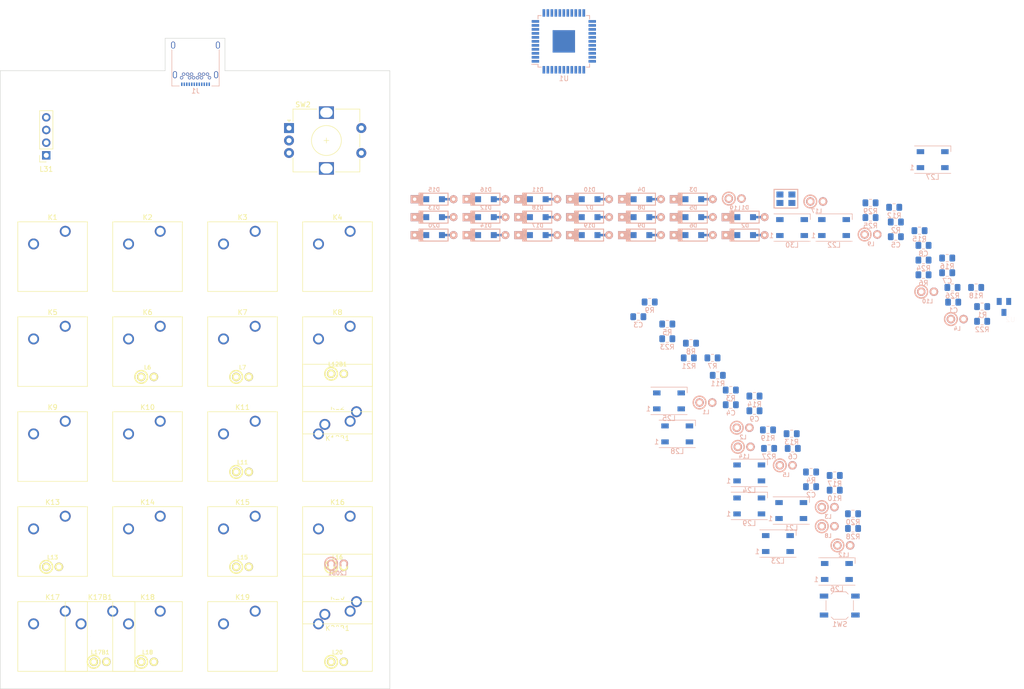
<source format=kicad_pcb>
(kicad_pcb (version 20171130) (host pcbnew "(5.1.5)-3")
  (layers (0 F.Cu signal) (31 B.Cu signal) (34 B.Paste user) (35 F.Paste user) (36 B.SilkS user) (37 F.SilkS user) (38 B.Mask user) (39 F.Mask user) (44 Edge.Cuts user))
  (net 0 "")
  (net 1 GND)
  (net 2 "Net-(C1-Pad1)")
  (net 3 "Net-(C2-Pad1)")
  (net 4 VCC)
  (net 5 "Net-(C8-Pad1)")
  (net 6 "Net-(C9-Pad1)")
  (net 7 "Net-(D1-Pad2)")
  (net 8 row0)
  (net 9 "Net-(D2-Pad2)")
  (net 10 "Net-(D3-Pad2)")
  (net 11 "Net-(D4-Pad2)")
  (net 12 "Net-(D5-Pad2)")
  (net 13 row1)
  (net 14 "Net-(D6-Pad2)")
  (net 15 "Net-(D7-Pad2)")
  (net 16 "Net-(D8-Pad2)")
  (net 17 "Net-(D9-Pad2)")
  (net 18 row2)
  (net 19 "Net-(D10-Pad2)")
  (net 20 "Net-(D11-Pad2)")
  (net 21 "Net-(D12-Pad2)")
  (net 22 "Net-(D13-Pad2)")
  (net 23 row3)
  (net 24 "Net-(D14-Pad2)")
  (net 25 "Net-(D15-Pad2)")
  (net 26 "Net-(D16-Pad2)")
  (net 27 "Net-(D17-Pad2)")
  (net 28 row4)
  (net 29 "Net-(D18-Pad2)")
  (net 30 "Net-(D19-Pad2)")
  (net 31 "Net-(D20-Pad2)")
  (net 32 "Net-(J1-PadA2)")
  (net 33 "Net-(J1-PadA3)")
  (net 34 "Net-(J1-PadA4)")
  (net 35 "Net-(J1-PadA5)")
  (net 36 "Net-(J1-PadA6)")
  (net 37 "Net-(J1-PadA7)")
  (net 38 "Net-(J1-PadA10)")
  (net 39 "Net-(J1-PadA8)")
  (net 40 "Net-(J1-PadA11)")
  (net 41 "Net-(J1-PadB2)")
  (net 42 "Net-(J1-PadB3)")
  (net 43 "Net-(J1-PadB5)")
  (net 44 "Net-(J1-PadB8)")
  (net 45 "Net-(J1-PadB10)")
  (net 46 "Net-(J1-PadB11)")
  (net 47 col0)
  (net 48 col1)
  (net 49 col2)
  (net 50 col3)
  (net 51 "Net-(L1-Pad1)")
  (net 52 "Net-(L2-Pad1)")
  (net 53 "Net-(L3-Pad1)")
  (net 54 "Net-(L4-Pad1)")
  (net 55 "Net-(L5-Pad1)")
  (net 56 "Net-(L6-Pad1)")
  (net 57 "Net-(L7-Pad1)")
  (net 58 "Net-(L8-Pad1)")
  (net 59 "Net-(L9-Pad1)")
  (net 60 "Net-(L10-Pad1)")
  (net 61 "Net-(L11-Pad1)")
  (net 62 "Net-(L12-Pad1)")
  (net 63 "Net-(L13-Pad1)")
  (net 64 "Net-(L14-Pad1)")
  (net 65 "Net-(L15-Pad1)")
  (net 66 "Net-(L16-Pad1)")
  (net 67 "Net-(L17-Pad1)")
  (net 68 "Net-(L18-Pad1)")
  (net 69 "Net-(L19-Pad1)")
  (net 70 "Net-(L20-Pad1)")
  (net 71 "Net-(L21-Pad2)")
  (net 72 "Net-(L21-Pad4)")
  (net 73 "Net-(L22-Pad2)")
  (net 74 "Net-(L23-Pad2)")
  (net 75 "Net-(L24-Pad2)")
  (net 76 "Net-(L25-Pad2)")
  (net 77 "Net-(L25-Pad3)")
  (net 78 "Net-(L26-Pad2)")
  (net 79 "Net-(L27-Pad2)")
  (net 80 "Net-(L28-Pad2)")
  (net 81 "Net-(L29-Pad2)")
  (net 82 "Net-(L30-Pad2)")
  (net 83 SCL)
  (net 84 SDA)
  (net 85 "Net-(R2-Pad2)")
  (net 86 "Net-(R5-Pad1)")
  (net 87 "Net-(R6-Pad1)")
  (net 88 RGB)
  (net 89 "Net-(R8-Pad1)")
  (net 90 BKL)
  (net 91 "Net-(R10-Pad1)")
  (net 92 enSw)
  (net 93 enB)
  (net 94 enA)
  (net 95 "Net-(U1-Pad1)")
  (net 96 "Net-(U1-Pad8)")
  (net 97 "Net-(U1-Pad9)")
  (net 98 "Net-(U1-Pad10)")
  (net 99 "Net-(U1-Pad11)")
  (net 100 "Net-(U1-Pad20)")
  (net 101 "Net-(U1-Pad21)")
  (net 102 "Net-(U1-Pad22)")
  (net 103 "Net-(U1-Pad25)")
  (net 104 "Net-(U1-Pad42)")
  (module Button_Switch_Keyboard:SW_Cherry_MX_1.00u_Plate (layer F.Cu) (at 53.04 96.22)
    (fp_text reference K1 (at -2.54 -2.794) (layer F.SilkS))
    (fp_text value KEYSW)
    (pad 1 thru_hole circle (at 0 0) (size 2.2 2.2) (drill 1.5) (layers *.Cu *.Mask) (net 47 col0))
    (pad 2 thru_hole circle (at -6.35 2.54) (size 2.2 2.2) (drill 1.5) (layers *.Cu *.Mask) (net 7 "Net-(D1-Pad2)"))
    (pad "" np_thru_hole circle (at -2.54 5.08) (size 4 4) (drill 4) (layers *.Cu *.Mask))
  )
  (module Capacitor_SMD:C_0805_2012Metric_Pad1.15x1.40mm_HandSolder (layer B.Cu) (at 231.151401 110.434599)
    (fp_text reference C1 (at 0 1.65) (layer B.SilkS) (effects (justify mirror)))
    (fp_text value 22p)
    (pad 2 smd roundrect (at 1.025 0) (size 1.15 1.4) (layers B.Cu B.Paste B.Mask) (roundrect_rratio 0.217391) (net 1 GND))
    (pad 1 smd roundrect (at -1.025 0) (size 1.15 1.4) (layers B.Cu B.Paste B.Mask) (roundrect_rratio 0.217391) (net 2 "Net-(C1-Pad1)"))
  )
  (module Capacitor_SMD:C_0805_2012Metric_Pad1.15x1.40mm_HandSolder (layer B.Cu) (at 202.643901 147.452099)
    (fp_text reference C2 (at 0 1.65) (layer B.SilkS) (effects (justify mirror)))
    (fp_text value 22p)
    (pad 1 smd roundrect (at -1.025 0) (size 1.15 1.4) (layers B.Cu B.Paste B.Mask) (roundrect_rratio 0.217391) (net 3 "Net-(C2-Pad1)"))
    (pad 2 smd roundrect (at 1.025 0) (size 1.15 1.4) (layers B.Cu B.Paste B.Mask) (roundrect_rratio 0.217391) (net 1 GND))
  )
  (module Capacitor_SMD:C_0805_2012Metric_Pad1.15x1.40mm_HandSolder (layer B.Cu) (at 167.993901 113.352099)
    (fp_text reference C3 (at 0 1.65) (layer B.SilkS) (effects (justify mirror)))
    (fp_text value 0.1u)
    (pad 1 smd roundrect (at -1.025 0) (size 1.15 1.4) (layers B.Cu B.Paste B.Mask) (roundrect_rratio 0.217391) (net 4 VCC))
    (pad 2 smd roundrect (at 1.025 0) (size 1.15 1.4) (layers B.Cu B.Paste B.Mask) (roundrect_rratio 0.217391) (net 1 GND))
  )
  (module Capacitor_SMD:C_0805_2012Metric_Pad1.15x1.40mm_HandSolder (layer B.Cu) (at 186.543901 131.012099)
    (fp_text reference C4 (at 0 1.65) (layer B.SilkS) (effects (justify mirror)))
    (fp_text value 0.1u)
    (pad 2 smd roundrect (at 1.025 0) (size 1.15 1.4) (layers B.Cu B.Paste B.Mask) (roundrect_rratio 0.217391) (net 1 GND))
    (pad 1 smd roundrect (at -1.025 0) (size 1.15 1.4) (layers B.Cu B.Paste B.Mask) (roundrect_rratio 0.217391) (net 4 VCC))
  )
  (module Capacitor_SMD:C_0805_2012Metric_Pad1.15x1.40mm_HandSolder (layer B.Cu) (at 219.651401 97.304599)
    (fp_text reference C5 (at 0 1.65) (layer B.SilkS) (effects (justify mirror)))
    (fp_text value 4.7u)
    (pad 1 smd roundrect (at -1.025 0) (size 1.15 1.4) (layers B.Cu B.Paste B.Mask) (roundrect_rratio 0.217391) (net 4 VCC))
    (pad 2 smd roundrect (at 1.025 0) (size 1.15 1.4) (layers B.Cu B.Paste B.Mask) (roundrect_rratio 0.217391) (net 1 GND))
  )
  (module Capacitor_SMD:C_0805_2012Metric_Pad1.15x1.40mm_HandSolder (layer B.Cu) (at 198.973901 139.772099)
    (fp_text reference C6 (at 0 1.65) (layer B.SilkS) (effects (justify mirror)))
    (fp_text value 0.1u)
    (pad 2 smd roundrect (at 1.025 0) (size 1.15 1.4) (layers B.Cu B.Paste B.Mask) (roundrect_rratio 0.217391) (net 1 GND))
    (pad 1 smd roundrect (at -1.025 0) (size 1.15 1.4) (layers B.Cu B.Paste B.Mask) (roundrect_rratio 0.217391) (net 4 VCC))
  )
  (module Capacitor_SMD:C_0805_2012Metric_Pad1.15x1.40mm_HandSolder (layer B.Cu) (at 229.951401 104.534599)
    (fp_text reference C7 (at 0 1.65) (layer B.SilkS) (effects (justify mirror)))
    (fp_text value 0.1u)
    (pad 1 smd roundrect (at -1.025 0) (size 1.15 1.4) (layers B.Cu B.Paste B.Mask) (roundrect_rratio 0.217391) (net 4 VCC))
    (pad 2 smd roundrect (at 1.025 0) (size 1.15 1.4) (layers B.Cu B.Paste B.Mask) (roundrect_rratio 0.217391) (net 1 GND))
  )
  (module Capacitor_SMD:C_0805_2012Metric_Pad1.15x1.40mm_HandSolder (layer B.Cu) (at 225.201401 99.044599)
    (fp_text reference C8 (at 0 1.65) (layer B.SilkS) (effects (justify mirror)))
    (fp_text value 1.0u)
    (pad 2 smd roundrect (at 1.025 0) (size 1.15 1.4) (layers B.Cu B.Paste B.Mask) (roundrect_rratio 0.217391) (net 1 GND))
    (pad 1 smd roundrect (at -1.025 0) (size 1.15 1.4) (layers B.Cu B.Paste B.Mask) (roundrect_rratio 0.217391) (net 5 "Net-(C8-Pad1)"))
  )
  (module Capacitor_SMD:C_0805_2012Metric_Pad1.15x1.40mm_HandSolder (layer B.Cu) (at 191.293901 132.222099)
    (fp_text reference C9 (at 0 1.65) (layer B.SilkS) (effects (justify mirror)))
    (fp_text value .1u)
    (pad 1 smd roundrect (at -1.025 0) (size 1.15 1.4) (layers B.Cu B.Paste B.Mask) (roundrect_rratio 0.217391) (net 6 "Net-(C9-Pad1)"))
    (pad 2 smd roundrect (at 1.025 0) (size 1.15 1.4) (layers B.Cu B.Paste B.Mask) (roundrect_rratio 0.217391) (net 1 GND))
  )
  (module KeyboardPartsPretty:D_SOD123_axial (layer B.Cu) (at 189.4264 93.379599)
    (fp_text reference D1 (at 0 -1.925) (layer B.SilkS) (effects (font (size 0.8 0.8)) (justify mirror)))
    (fp_text value D hide)
    (pad 2 smd rect (at 2.7 0) (size 2.5 0.5) (layers B.Cu) (net 7 "Net-(D1-Pad2)"))
    (pad 1 smd rect (at -2.7 0) (size 2.5 0.5) (layers B.Cu) (net 8 row0))
    (pad 2 thru_hole circle (at 3.9 0) (size 1.6 1.6) (drill 0.7) (layers *.Cu *.Mask B.SilkS) (net 7 "Net-(D1-Pad2)"))
    (pad 1 thru_hole rect (at -3.9 0) (size 1.6 1.6) (drill 0.7) (layers *.Cu *.Mask B.SilkS) (net 8 row0))
    (pad 1 smd rect (at -1.575 0) (size 1.2 1.2) (layers B.Cu B.Paste B.Mask) (net 8 row0))
    (pad 2 smd rect (at 1.575 0) (size 1.2 1.2) (layers B.Cu B.Paste B.Mask) (net 7 "Net-(D1-Pad2)"))
  )
  (module KeyboardPartsPretty:D_SOD123_axial (layer B.Cu) (at 189.4264 96.979599)
    (fp_text reference D2 (at 0 -1.925) (layer B.SilkS) (effects (font (size 0.8 0.8)) (justify mirror)))
    (fp_text value D hide)
    (pad 2 smd rect (at 1.575 0) (size 1.2 1.2) (layers B.Cu B.Paste B.Mask) (net 9 "Net-(D2-Pad2)"))
    (pad 1 smd rect (at -1.575 0) (size 1.2 1.2) (layers B.Cu B.Paste B.Mask) (net 8 row0))
    (pad 1 thru_hole rect (at -3.9 0) (size 1.6 1.6) (drill 0.7) (layers *.Cu *.Mask B.SilkS) (net 8 row0))
    (pad 2 thru_hole circle (at 3.9 0) (size 1.6 1.6) (drill 0.7) (layers *.Cu *.Mask B.SilkS) (net 9 "Net-(D2-Pad2)"))
    (pad 1 smd rect (at -2.7 0) (size 2.5 0.5) (layers B.Cu) (net 8 row0))
    (pad 2 smd rect (at 2.7 0) (size 2.5 0.5) (layers B.Cu) (net 9 "Net-(D2-Pad2)"))
  )
  (module KeyboardPartsPretty:D_SOD123_axial (layer B.Cu) (at 179.0264 89.779599)
    (fp_text reference D3 (at 0 -1.925) (layer B.SilkS) (effects (font (size 0.8 0.8)) (justify mirror)))
    (fp_text value D hide)
    (pad 2 smd rect (at 2.7 0) (size 2.5 0.5) (layers B.Cu) (net 10 "Net-(D3-Pad2)"))
    (pad 1 smd rect (at -2.7 0) (size 2.5 0.5) (layers B.Cu) (net 8 row0))
    (pad 2 thru_hole circle (at 3.9 0) (size 1.6 1.6) (drill 0.7) (layers *.Cu *.Mask B.SilkS) (net 10 "Net-(D3-Pad2)"))
    (pad 1 thru_hole rect (at -3.9 0) (size 1.6 1.6) (drill 0.7) (layers *.Cu *.Mask B.SilkS) (net 8 row0))
    (pad 1 smd rect (at -1.575 0) (size 1.2 1.2) (layers B.Cu B.Paste B.Mask) (net 8 row0))
    (pad 2 smd rect (at 1.575 0) (size 1.2 1.2) (layers B.Cu B.Paste B.Mask) (net 10 "Net-(D3-Pad2)"))
  )
  (module KeyboardPartsPretty:D_SOD123_axial (layer B.Cu) (at 168.6264 89.779599)
    (fp_text reference D4 (at 0 -1.925) (layer B.SilkS) (effects (font (size 0.8 0.8)) (justify mirror)))
    (fp_text value D hide)
    (pad 2 smd rect (at 2.7 0) (size 2.5 0.5) (layers B.Cu) (net 11 "Net-(D4-Pad2)"))
    (pad 1 smd rect (at -2.7 0) (size 2.5 0.5) (layers B.Cu) (net 8 row0))
    (pad 2 thru_hole circle (at 3.9 0) (size 1.6 1.6) (drill 0.7) (layers *.Cu *.Mask B.SilkS) (net 11 "Net-(D4-Pad2)"))
    (pad 1 thru_hole rect (at -3.9 0) (size 1.6 1.6) (drill 0.7) (layers *.Cu *.Mask B.SilkS) (net 8 row0))
    (pad 1 smd rect (at -1.575 0) (size 1.2 1.2) (layers B.Cu B.Paste B.Mask) (net 8 row0))
    (pad 2 smd rect (at 1.575 0) (size 1.2 1.2) (layers B.Cu B.Paste B.Mask) (net 11 "Net-(D4-Pad2)"))
  )
  (module KeyboardPartsPretty:D_SOD123_axial (layer B.Cu) (at 179.0264 93.379599)
    (fp_text reference D5 (at 0 -1.925) (layer B.SilkS) (effects (font (size 0.8 0.8)) (justify mirror)))
    (fp_text value D hide)
    (pad 2 smd rect (at 2.7 0) (size 2.5 0.5) (layers B.Cu) (net 12 "Net-(D5-Pad2)"))
    (pad 1 smd rect (at -2.7 0) (size 2.5 0.5) (layers B.Cu) (net 13 row1))
    (pad 2 thru_hole circle (at 3.9 0) (size 1.6 1.6) (drill 0.7) (layers *.Cu *.Mask B.SilkS) (net 12 "Net-(D5-Pad2)"))
    (pad 1 thru_hole rect (at -3.9 0) (size 1.6 1.6) (drill 0.7) (layers *.Cu *.Mask B.SilkS) (net 13 row1))
    (pad 1 smd rect (at -1.575 0) (size 1.2 1.2) (layers B.Cu B.Paste B.Mask) (net 13 row1))
    (pad 2 smd rect (at 1.575 0) (size 1.2 1.2) (layers B.Cu B.Paste B.Mask) (net 12 "Net-(D5-Pad2)"))
  )
  (module KeyboardPartsPretty:D_SOD123_axial (layer B.Cu) (at 179.0264 96.979599)
    (fp_text reference D6 (at 0 -1.925) (layer B.SilkS) (effects (font (size 0.8 0.8)) (justify mirror)))
    (fp_text value D hide)
    (pad 2 smd rect (at 2.7 0) (size 2.5 0.5) (layers B.Cu) (net 14 "Net-(D6-Pad2)"))
    (pad 1 smd rect (at -2.7 0) (size 2.5 0.5) (layers B.Cu) (net 13 row1))
    (pad 2 thru_hole circle (at 3.9 0) (size 1.6 1.6) (drill 0.7) (layers *.Cu *.Mask B.SilkS) (net 14 "Net-(D6-Pad2)"))
    (pad 1 thru_hole rect (at -3.9 0) (size 1.6 1.6) (drill 0.7) (layers *.Cu *.Mask B.SilkS) (net 13 row1))
    (pad 1 smd rect (at -1.575 0) (size 1.2 1.2) (layers B.Cu B.Paste B.Mask) (net 13 row1))
    (pad 2 smd rect (at 1.575 0) (size 1.2 1.2) (layers B.Cu B.Paste B.Mask) (net 14 "Net-(D6-Pad2)"))
  )
  (module KeyboardPartsPretty:D_SOD123_axial (layer B.Cu) (at 158.2264 93.379599)
    (fp_text reference D7 (at 0 -1.925) (layer B.SilkS) (effects (font (size 0.8 0.8)) (justify mirror)))
    (fp_text value D hide)
    (pad 2 smd rect (at 1.575 0) (size 1.2 1.2) (layers B.Cu B.Paste B.Mask) (net 15 "Net-(D7-Pad2)"))
    (pad 1 smd rect (at -1.575 0) (size 1.2 1.2) (layers B.Cu B.Paste B.Mask) (net 13 row1))
    (pad 1 thru_hole rect (at -3.9 0) (size 1.6 1.6) (drill 0.7) (layers *.Cu *.Mask B.SilkS) (net 13 row1))
    (pad 2 thru_hole circle (at 3.9 0) (size 1.6 1.6) (drill 0.7) (layers *.Cu *.Mask B.SilkS) (net 15 "Net-(D7-Pad2)"))
    (pad 1 smd rect (at -2.7 0) (size 2.5 0.5) (layers B.Cu) (net 13 row1))
    (pad 2 smd rect (at 2.7 0) (size 2.5 0.5) (layers B.Cu) (net 15 "Net-(D7-Pad2)"))
  )
  (module KeyboardPartsPretty:D_SOD123_axial (layer B.Cu) (at 168.6264 93.379599)
    (fp_text reference D8 (at 0 -1.925) (layer B.SilkS) (effects (font (size 0.8 0.8)) (justify mirror)))
    (fp_text value D hide)
    (pad 2 smd rect (at 2.7 0) (size 2.5 0.5) (layers B.Cu) (net 16 "Net-(D8-Pad2)"))
    (pad 1 smd rect (at -2.7 0) (size 2.5 0.5) (layers B.Cu) (net 13 row1))
    (pad 2 thru_hole circle (at 3.9 0) (size 1.6 1.6) (drill 0.7) (layers *.Cu *.Mask B.SilkS) (net 16 "Net-(D8-Pad2)"))
    (pad 1 thru_hole rect (at -3.9 0) (size 1.6 1.6) (drill 0.7) (layers *.Cu *.Mask B.SilkS) (net 13 row1))
    (pad 1 smd rect (at -1.575 0) (size 1.2 1.2) (layers B.Cu B.Paste B.Mask) (net 13 row1))
    (pad 2 smd rect (at 1.575 0) (size 1.2 1.2) (layers B.Cu B.Paste B.Mask) (net 16 "Net-(D8-Pad2)"))
  )
  (module KeyboardPartsPretty:D_SOD123_axial (layer B.Cu) (at 168.6264 96.979599)
    (fp_text reference D9 (at 0 -1.925) (layer B.SilkS) (effects (font (size 0.8 0.8)) (justify mirror)))
    (fp_text value D hide)
    (pad 2 smd rect (at 1.575 0) (size 1.2 1.2) (layers B.Cu B.Paste B.Mask) (net 17 "Net-(D9-Pad2)"))
    (pad 1 smd rect (at -1.575 0) (size 1.2 1.2) (layers B.Cu B.Paste B.Mask) (net 18 row2))
    (pad 1 thru_hole rect (at -3.9 0) (size 1.6 1.6) (drill 0.7) (layers *.Cu *.Mask B.SilkS) (net 18 row2))
    (pad 2 thru_hole circle (at 3.9 0) (size 1.6 1.6) (drill 0.7) (layers *.Cu *.Mask B.SilkS) (net 17 "Net-(D9-Pad2)"))
    (pad 1 smd rect (at -2.7 0) (size 2.5 0.5) (layers B.Cu) (net 18 row2))
    (pad 2 smd rect (at 2.7 0) (size 2.5 0.5) (layers B.Cu) (net 17 "Net-(D9-Pad2)"))
  )
  (module KeyboardPartsPretty:D_SOD123_axial (layer B.Cu) (at 158.2264 89.779599)
    (fp_text reference D10 (at 0 -1.925) (layer B.SilkS) (effects (font (size 0.8 0.8)) (justify mirror)))
    (fp_text value D hide)
    (pad 2 smd rect (at 2.7 0) (size 2.5 0.5) (layers B.Cu) (net 19 "Net-(D10-Pad2)"))
    (pad 1 smd rect (at -2.7 0) (size 2.5 0.5) (layers B.Cu) (net 18 row2))
    (pad 2 thru_hole circle (at 3.9 0) (size 1.6 1.6) (drill 0.7) (layers *.Cu *.Mask B.SilkS) (net 19 "Net-(D10-Pad2)"))
    (pad 1 thru_hole rect (at -3.9 0) (size 1.6 1.6) (drill 0.7) (layers *.Cu *.Mask B.SilkS) (net 18 row2))
    (pad 1 smd rect (at -1.575 0) (size 1.2 1.2) (layers B.Cu B.Paste B.Mask) (net 18 row2))
    (pad 2 smd rect (at 1.575 0) (size 1.2 1.2) (layers B.Cu B.Paste B.Mask) (net 19 "Net-(D10-Pad2)"))
  )
  (module KeyboardPartsPretty:D_SOD123_axial (layer B.Cu) (at 147.8264 89.779599)
    (fp_text reference D11 (at 0 -1.925) (layer B.SilkS) (effects (font (size 0.8 0.8)) (justify mirror)))
    (fp_text value D hide)
    (pad 2 smd rect (at 2.7 0) (size 2.5 0.5) (layers B.Cu) (net 20 "Net-(D11-Pad2)"))
    (pad 1 smd rect (at -2.7 0) (size 2.5 0.5) (layers B.Cu) (net 18 row2))
    (pad 2 thru_hole circle (at 3.9 0) (size 1.6 1.6) (drill 0.7) (layers *.Cu *.Mask B.SilkS) (net 20 "Net-(D11-Pad2)"))
    (pad 1 thru_hole rect (at -3.9 0) (size 1.6 1.6) (drill 0.7) (layers *.Cu *.Mask B.SilkS) (net 18 row2))
    (pad 1 smd rect (at -1.575 0) (size 1.2 1.2) (layers B.Cu B.Paste B.Mask) (net 18 row2))
    (pad 2 smd rect (at 1.575 0) (size 1.2 1.2) (layers B.Cu B.Paste B.Mask) (net 20 "Net-(D11-Pad2)"))
  )
  (module KeyboardPartsPretty:D_SOD123_axial (layer B.Cu) (at 137.4264 93.379599)
    (fp_text reference D12 (at 0 -1.925) (layer B.SilkS) (effects (font (size 0.8 0.8)) (justify mirror)))
    (fp_text value D hide)
    (pad 2 smd rect (at 1.575 0) (size 1.2 1.2) (layers B.Cu B.Paste B.Mask) (net 21 "Net-(D12-Pad2)"))
    (pad 1 smd rect (at -1.575 0) (size 1.2 1.2) (layers B.Cu B.Paste B.Mask) (net 18 row2))
    (pad 1 thru_hole rect (at -3.9 0) (size 1.6 1.6) (drill 0.7) (layers *.Cu *.Mask B.SilkS) (net 18 row2))
    (pad 2 thru_hole circle (at 3.9 0) (size 1.6 1.6) (drill 0.7) (layers *.Cu *.Mask B.SilkS) (net 21 "Net-(D12-Pad2)"))
    (pad 1 smd rect (at -2.7 0) (size 2.5 0.5) (layers B.Cu) (net 18 row2))
    (pad 2 smd rect (at 2.7 0) (size 2.5 0.5) (layers B.Cu) (net 21 "Net-(D12-Pad2)"))
  )
  (module KeyboardPartsPretty:D_SOD123_axial (layer B.Cu) (at 127.0264 93.379599)
    (fp_text reference D13 (at 0 -1.925) (layer B.SilkS) (effects (font (size 0.8 0.8)) (justify mirror)))
    (fp_text value D hide)
    (pad 2 smd rect (at 1.575 0) (size 1.2 1.2) (layers B.Cu B.Paste B.Mask) (net 22 "Net-(D13-Pad2)"))
    (pad 1 smd rect (at -1.575 0) (size 1.2 1.2) (layers B.Cu B.Paste B.Mask) (net 23 row3))
    (pad 1 thru_hole rect (at -3.9 0) (size 1.6 1.6) (drill 0.7) (layers *.Cu *.Mask B.SilkS) (net 23 row3))
    (pad 2 thru_hole circle (at 3.9 0) (size 1.6 1.6) (drill 0.7) (layers *.Cu *.Mask B.SilkS) (net 22 "Net-(D13-Pad2)"))
    (pad 1 smd rect (at -2.7 0) (size 2.5 0.5) (layers B.Cu) (net 23 row3))
    (pad 2 smd rect (at 2.7 0) (size 2.5 0.5) (layers B.Cu) (net 22 "Net-(D13-Pad2)"))
  )
  (module KeyboardPartsPretty:D_SOD123_axial (layer B.Cu) (at 137.4264 96.979599)
    (fp_text reference D14 (at 0 -1.925) (layer B.SilkS) (effects (font (size 0.8 0.8)) (justify mirror)))
    (fp_text value D hide)
    (pad 2 smd rect (at 1.575 0) (size 1.2 1.2) (layers B.Cu B.Paste B.Mask) (net 24 "Net-(D14-Pad2)"))
    (pad 1 smd rect (at -1.575 0) (size 1.2 1.2) (layers B.Cu B.Paste B.Mask) (net 23 row3))
    (pad 1 thru_hole rect (at -3.9 0) (size 1.6 1.6) (drill 0.7) (layers *.Cu *.Mask B.SilkS) (net 23 row3))
    (pad 2 thru_hole circle (at 3.9 0) (size 1.6 1.6) (drill 0.7) (layers *.Cu *.Mask B.SilkS) (net 24 "Net-(D14-Pad2)"))
    (pad 1 smd rect (at -2.7 0) (size 2.5 0.5) (layers B.Cu) (net 23 row3))
    (pad 2 smd rect (at 2.7 0) (size 2.5 0.5) (layers B.Cu) (net 24 "Net-(D14-Pad2)"))
  )
  (module KeyboardPartsPretty:D_SOD123_axial (layer B.Cu) (at 127.0264 89.779599)
    (fp_text reference D15 (at 0 -1.925) (layer B.SilkS) (effects (font (size 0.8 0.8)) (justify mirror)))
    (fp_text value D hide)
    (pad 2 smd rect (at 2.7 0) (size 2.5 0.5) (layers B.Cu) (net 25 "Net-(D15-Pad2)"))
    (pad 1 smd rect (at -2.7 0) (size 2.5 0.5) (layers B.Cu) (net 23 row3))
    (pad 2 thru_hole circle (at 3.9 0) (size 1.6 1.6) (drill 0.7) (layers *.Cu *.Mask B.SilkS) (net 25 "Net-(D15-Pad2)"))
    (pad 1 thru_hole rect (at -3.9 0) (size 1.6 1.6) (drill 0.7) (layers *.Cu *.Mask B.SilkS) (net 23 row3))
    (pad 1 smd rect (at -1.575 0) (size 1.2 1.2) (layers B.Cu B.Paste B.Mask) (net 23 row3))
    (pad 2 smd rect (at 1.575 0) (size 1.2 1.2) (layers B.Cu B.Paste B.Mask) (net 25 "Net-(D15-Pad2)"))
  )
  (module KeyboardPartsPretty:D_SOD123_axial (layer B.Cu) (at 137.4264 89.779599)
    (fp_text reference D16 (at 0 -1.925) (layer B.SilkS) (effects (font (size 0.8 0.8)) (justify mirror)))
    (fp_text value D hide)
    (pad 2 smd rect (at 2.7 0) (size 2.5 0.5) (layers B.Cu) (net 26 "Net-(D16-Pad2)"))
    (pad 1 smd rect (at -2.7 0) (size 2.5 0.5) (layers B.Cu) (net 23 row3))
    (pad 2 thru_hole circle (at 3.9 0) (size 1.6 1.6) (drill 0.7) (layers *.Cu *.Mask B.SilkS) (net 26 "Net-(D16-Pad2)"))
    (pad 1 thru_hole rect (at -3.9 0) (size 1.6 1.6) (drill 0.7) (layers *.Cu *.Mask B.SilkS) (net 23 row3))
    (pad 1 smd rect (at -1.575 0) (size 1.2 1.2) (layers B.Cu B.Paste B.Mask) (net 23 row3))
    (pad 2 smd rect (at 1.575 0) (size 1.2 1.2) (layers B.Cu B.Paste B.Mask) (net 26 "Net-(D16-Pad2)"))
  )
  (module KeyboardPartsPretty:D_SOD123_axial (layer B.Cu) (at 147.8264 96.979599)
    (fp_text reference D17 (at 0 -1.925) (layer B.SilkS) (effects (font (size 0.8 0.8)) (justify mirror)))
    (fp_text value D hide)
    (pad 2 smd rect (at 1.575 0) (size 1.2 1.2) (layers B.Cu B.Paste B.Mask) (net 27 "Net-(D17-Pad2)"))
    (pad 1 smd rect (at -1.575 0) (size 1.2 1.2) (layers B.Cu B.Paste B.Mask) (net 28 row4))
    (pad 1 thru_hole rect (at -3.9 0) (size 1.6 1.6) (drill 0.7) (layers *.Cu *.Mask B.SilkS) (net 28 row4))
    (pad 2 thru_hole circle (at 3.9 0) (size 1.6 1.6) (drill 0.7) (layers *.Cu *.Mask B.SilkS) (net 27 "Net-(D17-Pad2)"))
    (pad 1 smd rect (at -2.7 0) (size 2.5 0.5) (layers B.Cu) (net 28 row4))
    (pad 2 smd rect (at 2.7 0) (size 2.5 0.5) (layers B.Cu) (net 27 "Net-(D17-Pad2)"))
  )
  (module KeyboardPartsPretty:D_SOD123_axial (layer B.Cu) (at 147.8264 93.379599)
    (fp_text reference D18 (at 0 -1.925) (layer B.SilkS) (effects (font (size 0.8 0.8)) (justify mirror)))
    (fp_text value D hide)
    (pad 2 smd rect (at 1.575 0) (size 1.2 1.2) (layers B.Cu B.Paste B.Mask) (net 29 "Net-(D18-Pad2)"))
    (pad 1 smd rect (at -1.575 0) (size 1.2 1.2) (layers B.Cu B.Paste B.Mask) (net 28 row4))
    (pad 1 thru_hole rect (at -3.9 0) (size 1.6 1.6) (drill 0.7) (layers *.Cu *.Mask B.SilkS) (net 28 row4))
    (pad 2 thru_hole circle (at 3.9 0) (size 1.6 1.6) (drill 0.7) (layers *.Cu *.Mask B.SilkS) (net 29 "Net-(D18-Pad2)"))
    (pad 1 smd rect (at -2.7 0) (size 2.5 0.5) (layers B.Cu) (net 28 row4))
    (pad 2 smd rect (at 2.7 0) (size 2.5 0.5) (layers B.Cu) (net 29 "Net-(D18-Pad2)"))
  )
  (module KeyboardPartsPretty:D_SOD123_axial (layer B.Cu) (at 158.2264 96.979599)
    (fp_text reference D19 (at 0 -1.925) (layer B.SilkS) (effects (font (size 0.8 0.8)) (justify mirror)))
    (fp_text value D hide)
    (pad 2 smd rect (at 1.575 0) (size 1.2 1.2) (layers B.Cu B.Paste B.Mask) (net 30 "Net-(D19-Pad2)"))
    (pad 1 smd rect (at -1.575 0) (size 1.2 1.2) (layers B.Cu B.Paste B.Mask) (net 28 row4))
    (pad 1 thru_hole rect (at -3.9 0) (size 1.6 1.6) (drill 0.7) (layers *.Cu *.Mask B.SilkS) (net 28 row4))
    (pad 2 thru_hole circle (at 3.9 0) (size 1.6 1.6) (drill 0.7) (layers *.Cu *.Mask B.SilkS) (net 30 "Net-(D19-Pad2)"))
    (pad 1 smd rect (at -2.7 0) (size 2.5 0.5) (layers B.Cu) (net 28 row4))
    (pad 2 smd rect (at 2.7 0) (size 2.5 0.5) (layers B.Cu) (net 30 "Net-(D19-Pad2)"))
  )
  (module KeyboardPartsPretty:D_SOD123_axial (layer B.Cu) (at 127.0264 96.979599)
    (fp_text reference D20 (at 0 -1.925) (layer B.SilkS) (effects (font (size 0.8 0.8)) (justify mirror)))
    (fp_text value D hide)
    (pad 2 smd rect (at 1.575 0) (size 1.2 1.2) (layers B.Cu B.Paste B.Mask) (net 31 "Net-(D20-Pad2)"))
    (pad 1 smd rect (at -1.575 0) (size 1.2 1.2) (layers B.Cu B.Paste B.Mask) (net 28 row4))
    (pad 1 thru_hole rect (at -3.9 0) (size 1.6 1.6) (drill 0.7) (layers *.Cu *.Mask B.SilkS) (net 28 row4))
    (pad 2 thru_hole circle (at 3.9 0) (size 1.6 1.6) (drill 0.7) (layers *.Cu *.Mask B.SilkS) (net 31 "Net-(D20-Pad2)"))
    (pad 1 smd rect (at -2.7 0) (size 2.5 0.5) (layers B.Cu) (net 28 row4))
    (pad 2 smd rect (at 2.7 0) (size 2.5 0.5) (layers B.Cu) (net 31 "Net-(D20-Pad2)"))
  )
  (module Connector_USB:USB_C_Receptacle_Amphenol_12401548E4-2A (layer B.Cu) (at 79.171 61.7)
    (fp_text reference J1 (at 0 6.36) (layer B.SilkS) (effects (justify mirror)))
    (fp_text value USB_C_Receptacle)
    (pad S1 thru_hole oval (at -4.13 3.11) (size 0.8 1.4) (drill oval 0.5 1.1) (layers *.Cu *.Mask) (net 1 GND))
    (pad A1 smd rect (at -2.75 5.02) (size 0.3 0.7) (layers B.Cu B.Paste B.Mask) (net 1 GND))
    (pad A2 smd rect (at -2.25 5.02) (size 0.3 0.7) (layers B.Cu B.Paste B.Mask) (net 32 "Net-(J1-PadA2)"))
    (pad A3 smd rect (at -1.75 5.02) (size 0.3 0.7) (layers B.Cu B.Paste B.Mask) (net 33 "Net-(J1-PadA3)"))
    (pad A4 smd rect (at -1.25 5.02) (size 0.3 0.7) (layers B.Cu B.Paste B.Mask) (net 34 "Net-(J1-PadA4)"))
    (pad A5 smd rect (at -0.75 5.02) (size 0.3 0.7) (layers B.Cu B.Paste B.Mask) (net 35 "Net-(J1-PadA5)"))
    (pad A6 smd rect (at -0.25 5.02) (size 0.3 0.7) (layers B.Cu B.Paste B.Mask) (net 36 "Net-(J1-PadA6)"))
    (pad A7 smd rect (at 0.25 5.02) (size 0.3 0.7) (layers B.Cu B.Paste B.Mask) (net 37 "Net-(J1-PadA7)"))
    (pad A12 smd rect (at 2.75 5.02) (size 0.3 0.7) (layers B.Cu B.Paste B.Mask) (net 1 GND))
    (pad A10 smd rect (at 1.75 5.02) (size 0.3 0.7) (layers B.Cu B.Paste B.Mask) (net 38 "Net-(J1-PadA10)"))
    (pad A9 smd rect (at 1.25 5.02) (size 0.3 0.7) (layers B.Cu B.Paste B.Mask) (net 34 "Net-(J1-PadA4)"))
    (pad A8 smd rect (at 0.75 5.02) (size 0.3 0.7) (layers B.Cu B.Paste B.Mask) (net 39 "Net-(J1-PadA8)"))
    (pad A11 smd rect (at 2.25 5.02) (size 0.3 0.7) (layers B.Cu B.Paste B.Mask) (net 40 "Net-(J1-PadA11)"))
    (pad S1 thru_hole oval (at 4.13 3.11) (size 0.8 1.4) (drill oval 0.5 1.1) (layers *.Cu *.Mask) (net 1 GND))
    (pad S1 thru_hole oval (at 4.49 -2.84) (size 0.8 1.4) (drill oval 0.5 1.1) (layers *.Cu *.Mask) (net 1 GND))
    (pad S1 thru_hole oval (at -4.49 -2.84) (size 0.8 1.4) (drill oval 0.5 1.1) (layers *.Cu *.Mask) (net 1 GND))
    (pad "" np_thru_hole oval (at 3.6 4.36) (size 0.95 0.65) (drill oval 0.95 0.65) (layers *.Cu *.Mask))
    (pad "" np_thru_hole circle (at -3.6 4.36) (size 0.65 0.65) (drill 0.65) (layers *.Cu *.Mask))
    (pad B1 thru_hole circle (at 2.8 3.71) (size 0.65 0.65) (drill 0.4) (layers *.Cu *.Mask) (net 1 GND))
    (pad B4 thru_hole circle (at 1.2 3.71) (size 0.65 0.65) (drill 0.4) (layers *.Cu *.Mask) (net 34 "Net-(J1-PadA4)"))
    (pad B6 thru_hole circle (at 0.4 3.71) (size 0.65 0.65) (drill 0.4) (layers *.Cu *.Mask) (net 36 "Net-(J1-PadA6)"))
    (pad B7 thru_hole circle (at -0.4 3.71) (size 0.65 0.65) (drill 0.4) (layers *.Cu *.Mask) (net 37 "Net-(J1-PadA7)"))
    (pad B9 thru_hole circle (at -1.2 3.71) (size 0.65 0.65) (drill 0.4) (layers *.Cu *.Mask) (net 34 "Net-(J1-PadA4)"))
    (pad B12 thru_hole circle (at -2.8 3.71) (size 0.65 0.65) (drill 0.4) (layers *.Cu *.Mask) (net 1 GND))
    (pad B2 thru_hole circle (at 2.4 3.01) (size 0.65 0.65) (drill 0.4) (layers *.Cu *.Mask) (net 41 "Net-(J1-PadB2)"))
    (pad B3 thru_hole circle (at 1.6 3.01) (size 0.65 0.65) (drill 0.4) (layers *.Cu *.Mask) (net 42 "Net-(J1-PadB3)"))
    (pad B5 thru_hole circle (at 0.8 3.01) (size 0.65 0.65) (drill 0.4) (layers *.Cu *.Mask) (net 43 "Net-(J1-PadB5)"))
    (pad B8 thru_hole circle (at -0.8 3.01) (size 0.65 0.65) (drill 0.4) (layers *.Cu *.Mask) (net 44 "Net-(J1-PadB8)"))
    (pad B10 thru_hole circle (at -1.6 3.01) (size 0.65 0.65) (drill 0.4) (layers *.Cu *.Mask) (net 45 "Net-(J1-PadB10)"))
    (pad B11 thru_hole circle (at -2.4 3.01) (size 0.65 0.65) (drill 0.4) (layers *.Cu *.Mask) (net 46 "Net-(J1-PadB11)"))
  )
  (module Button_Switch_Keyboard:SW_Cherry_MX_1.00u_Plate (layer F.Cu) (at 72.09 96.22)
    (fp_text reference K2 (at -2.54 -2.794) (layer F.SilkS))
    (fp_text value KEYSW)
    (pad 1 thru_hole circle (at 0 0) (size 2.2 2.2) (drill 1.5) (layers *.Cu *.Mask) (net 48 col1))
    (pad 2 thru_hole circle (at -6.35 2.54) (size 2.2 2.2) (drill 1.5) (layers *.Cu *.Mask) (net 9 "Net-(D2-Pad2)"))
    (pad "" np_thru_hole circle (at -2.54 5.08) (size 4 4) (drill 4) (layers *.Cu *.Mask))
  )
  (module Button_Switch_Keyboard:SW_Cherry_MX_1.00u_Plate (layer F.Cu) (at 91.14 96.22)
    (fp_text reference K3 (at -2.54 -2.794) (layer F.SilkS))
    (fp_text value KEYSW)
    (pad "" np_thru_hole circle (at -2.54 5.08) (size 4 4) (drill 4) (layers *.Cu *.Mask))
    (pad 2 thru_hole circle (at -6.35 2.54) (size 2.2 2.2) (drill 1.5) (layers *.Cu *.Mask) (net 10 "Net-(D3-Pad2)"))
    (pad 1 thru_hole circle (at 0 0) (size 2.2 2.2) (drill 1.5) (layers *.Cu *.Mask) (net 49 col2))
  )
  (module Button_Switch_Keyboard:SW_Cherry_MX_1.00u_Plate (layer F.Cu) (at 110.19 96.22)
    (fp_text reference K4 (at -2.54 -2.794) (layer F.SilkS))
    (fp_text value KEYSW)
    (pad 1 thru_hole circle (at 0 0) (size 2.2 2.2) (drill 1.5) (layers *.Cu *.Mask) (net 50 col3))
    (pad 2 thru_hole circle (at -6.35 2.54) (size 2.2 2.2) (drill 1.5) (layers *.Cu *.Mask) (net 11 "Net-(D4-Pad2)"))
    (pad "" np_thru_hole circle (at -2.54 5.08) (size 4 4) (drill 4) (layers *.Cu *.Mask))
  )
  (module Button_Switch_Keyboard:SW_Cherry_MX_1.00u_Plate (layer F.Cu) (at 53.04 115.27)
    (fp_text reference K5 (at -2.54 -2.794) (layer F.SilkS))
    (fp_text value KEYSW)
    (pad 1 thru_hole circle (at 0 0) (size 2.2 2.2) (drill 1.5) (layers *.Cu *.Mask) (net 47 col0))
    (pad 2 thru_hole circle (at -6.35 2.54) (size 2.2 2.2) (drill 1.5) (layers *.Cu *.Mask) (net 12 "Net-(D5-Pad2)"))
    (pad "" np_thru_hole circle (at -2.54 5.08) (size 4 4) (drill 4) (layers *.Cu *.Mask))
  )
  (module Button_Switch_Keyboard:SW_Cherry_MX_1.00u_Plate (layer F.Cu) (at 72.09 115.27)
    (fp_text reference K6 (at -2.54 -2.794) (layer F.SilkS))
    (fp_text value KEYSW)
    (pad 1 thru_hole circle (at 0 0) (size 2.2 2.2) (drill 1.5) (layers *.Cu *.Mask) (net 48 col1))
    (pad 2 thru_hole circle (at -6.35 2.54) (size 2.2 2.2) (drill 1.5) (layers *.Cu *.Mask) (net 14 "Net-(D6-Pad2)"))
    (pad "" np_thru_hole circle (at -2.54 5.08) (size 4 4) (drill 4) (layers *.Cu *.Mask))
  )
  (module Button_Switch_Keyboard:SW_Cherry_MX_1.00u_Plate (layer F.Cu) (at 91.14 115.27)
    (fp_text reference K7 (at -2.54 -2.794) (layer F.SilkS))
    (fp_text value KEYSW)
    (pad "" np_thru_hole circle (at -2.54 5.08) (size 4 4) (drill 4) (layers *.Cu *.Mask))
    (pad 2 thru_hole circle (at -6.35 2.54) (size 2.2 2.2) (drill 1.5) (layers *.Cu *.Mask) (net 15 "Net-(D7-Pad2)"))
    (pad 1 thru_hole circle (at 0 0) (size 2.2 2.2) (drill 1.5) (layers *.Cu *.Mask) (net 49 col2))
  )
  (module Button_Switch_Keyboard:SW_Cherry_MX_1.00u_Plate (layer F.Cu) (at 110.19 115.27)
    (fp_text reference K8 (at -2.54 -2.794) (layer F.SilkS))
    (fp_text value KEYSW)
    (pad 1 thru_hole circle (at 0 0) (size 2.2 2.2) (drill 1.5) (layers *.Cu *.Mask) (net 50 col3))
    (pad 2 thru_hole circle (at -6.35 2.54) (size 2.2 2.2) (drill 1.5) (layers *.Cu *.Mask) (net 16 "Net-(D8-Pad2)"))
    (pad "" np_thru_hole circle (at -2.54 5.08) (size 4 4) (drill 4) (layers *.Cu *.Mask))
  )
  (module Button_Switch_Keyboard:SW_Cherry_MX_1.00u_Plate (layer F.Cu) (at 53.04 134.32)
    (fp_text reference K9 (at -2.54 -2.794) (layer F.SilkS))
    (fp_text value KEYSW)
    (pad "" np_thru_hole circle (at -2.54 5.08) (size 4 4) (drill 4) (layers *.Cu *.Mask))
    (pad 2 thru_hole circle (at -6.35 2.54) (size 2.2 2.2) (drill 1.5) (layers *.Cu *.Mask) (net 17 "Net-(D9-Pad2)"))
    (pad 1 thru_hole circle (at 0 0) (size 2.2 2.2) (drill 1.5) (layers *.Cu *.Mask) (net 47 col0))
  )
  (module Button_Switch_Keyboard:SW_Cherry_MX_1.00u_Plate (layer F.Cu) (at 72.09 134.32)
    (fp_text reference K10 (at -2.54 -2.794) (layer F.SilkS))
    (fp_text value KEYSW)
    (pad 1 thru_hole circle (at 0 0) (size 2.2 2.2) (drill 1.5) (layers *.Cu *.Mask) (net 48 col1))
    (pad 2 thru_hole circle (at -6.35 2.54) (size 2.2 2.2) (drill 1.5) (layers *.Cu *.Mask) (net 19 "Net-(D10-Pad2)"))
    (pad "" np_thru_hole circle (at -2.54 5.08) (size 4 4) (drill 4) (layers *.Cu *.Mask))
  )
  (module Button_Switch_Keyboard:SW_Cherry_MX_1.00u_Plate (layer F.Cu) (at 91.14 134.32)
    (fp_text reference K11 (at -2.54 -2.794) (layer F.SilkS))
    (fp_text value KEYSW)
    (pad "" np_thru_hole circle (at -2.54 5.08) (size 4 4) (drill 4) (layers *.Cu *.Mask))
    (pad 2 thru_hole circle (at -6.35 2.54) (size 2.2 2.2) (drill 1.5) (layers *.Cu *.Mask) (net 20 "Net-(D11-Pad2)"))
    (pad 1 thru_hole circle (at 0 0) (size 2.2 2.2) (drill 1.5) (layers *.Cu *.Mask) (net 49 col2))
  )
  (module Button_Switch_Keyboard:SW_Cherry_MX_1.00u_Plate (layer F.Cu) (at 110.19 134.32)
    (fp_text reference K12 (at -2.54 -2.794) (layer F.SilkS))
    (fp_text value KEYSW)
    (pad 1 thru_hole circle (at 0 0) (size 2.2 2.2) (drill 1.5) (layers *.Cu *.Mask) (net 50 col3))
    (pad 2 thru_hole circle (at -6.35 2.54) (size 2.2 2.2) (drill 1.5) (layers *.Cu *.Mask) (net 21 "Net-(D12-Pad2)"))
    (pad "" np_thru_hole circle (at -2.54 5.08) (size 4 4) (drill 4) (layers *.Cu *.Mask))
  )
  (module Button_Switch_Keyboard:SW_Cherry_MX_1.00u_Plate (layer F.Cu) (at 53.04 153.37)
    (fp_text reference K13 (at -2.54 -2.794) (layer F.SilkS))
    (fp_text value KEYSW)
    (pad "" np_thru_hole circle (at -2.54 5.08) (size 4 4) (drill 4) (layers *.Cu *.Mask))
    (pad 2 thru_hole circle (at -6.35 2.54) (size 2.2 2.2) (drill 1.5) (layers *.Cu *.Mask) (net 22 "Net-(D13-Pad2)"))
    (pad 1 thru_hole circle (at 0 0) (size 2.2 2.2) (drill 1.5) (layers *.Cu *.Mask) (net 47 col0))
  )
  (module Button_Switch_Keyboard:SW_Cherry_MX_1.00u_Plate (layer F.Cu) (at 72.09 153.37)
    (fp_text reference K14 (at -2.54 -2.794) (layer F.SilkS))
    (fp_text value KEYSW)
    (pad "" np_thru_hole circle (at -2.54 5.08) (size 4 4) (drill 4) (layers *.Cu *.Mask))
    (pad 2 thru_hole circle (at -6.35 2.54) (size 2.2 2.2) (drill 1.5) (layers *.Cu *.Mask) (net 24 "Net-(D14-Pad2)"))
    (pad 1 thru_hole circle (at 0 0) (size 2.2 2.2) (drill 1.5) (layers *.Cu *.Mask) (net 48 col1))
  )
  (module Button_Switch_Keyboard:SW_Cherry_MX_1.00u_Plate (layer F.Cu) (at 91.14 153.37)
    (fp_text reference K15 (at -2.54 -2.794) (layer F.SilkS))
    (fp_text value KEYSW)
    (pad "" np_thru_hole circle (at -2.54 5.08) (size 4 4) (drill 4) (layers *.Cu *.Mask))
    (pad 2 thru_hole circle (at -6.35 2.54) (size 2.2 2.2) (drill 1.5) (layers *.Cu *.Mask) (net 25 "Net-(D15-Pad2)"))
    (pad 1 thru_hole circle (at 0 0) (size 2.2 2.2) (drill 1.5) (layers *.Cu *.Mask) (net 49 col2))
  )
  (module Button_Switch_Keyboard:SW_Cherry_MX_1.00u_Plate (layer F.Cu) (at 110.19 153.37)
    (fp_text reference K16 (at -2.54 -2.794) (layer F.SilkS))
    (fp_text value KEYSW)
    (pad 1 thru_hole circle (at 0 0) (size 2.2 2.2) (drill 1.5) (layers *.Cu *.Mask) (net 50 col3))
    (pad 2 thru_hole circle (at -6.35 2.54) (size 2.2 2.2) (drill 1.5) (layers *.Cu *.Mask) (net 26 "Net-(D16-Pad2)"))
    (pad "" np_thru_hole circle (at -2.54 5.08) (size 4 4) (drill 4) (layers *.Cu *.Mask))
  )
  (module Button_Switch_Keyboard:SW_Cherry_MX_1.00u_Plate (layer F.Cu) (at 53.04 172.42)
    (fp_text reference K17 (at -2.54 -2.794) (layer F.SilkS))
    (fp_text value KEYSW)
    (pad 1 thru_hole circle (at 0 0) (size 2.2 2.2) (drill 1.5) (layers *.Cu *.Mask) (net 47 col0))
    (pad 2 thru_hole circle (at -6.35 2.54) (size 2.2 2.2) (drill 1.5) (layers *.Cu *.Mask) (net 27 "Net-(D17-Pad2)"))
    (pad "" np_thru_hole circle (at -2.54 5.08) (size 4 4) (drill 4) (layers *.Cu *.Mask))
  )
  (module Button_Switch_Keyboard:SW_Cherry_MX_1.00u_Plate (layer F.Cu) (at 72.09 172.42)
    (fp_text reference K18 (at -2.54 -2.794) (layer F.SilkS))
    (fp_text value KEYSW)
    (pad "" np_thru_hole circle (at -2.54 5.08) (size 4 4) (drill 4) (layers *.Cu *.Mask))
    (pad 2 thru_hole circle (at -6.35 2.54) (size 2.2 2.2) (drill 1.5) (layers *.Cu *.Mask) (net 29 "Net-(D18-Pad2)"))
    (pad 1 thru_hole circle (at 0 0) (size 2.2 2.2) (drill 1.5) (layers *.Cu *.Mask) (net 48 col1))
  )
  (module Button_Switch_Keyboard:SW_Cherry_MX_1.00u_Plate (layer F.Cu) (at 91.14 172.42)
    (fp_text reference K19 (at -2.54 -2.794) (layer F.SilkS))
    (fp_text value KEYSW)
    (pad 1 thru_hole circle (at 0 0) (size 2.2 2.2) (drill 1.5) (layers *.Cu *.Mask) (net 49 col2))
    (pad 2 thru_hole circle (at -6.35 2.54) (size 2.2 2.2) (drill 1.5) (layers *.Cu *.Mask) (net 30 "Net-(D19-Pad2)"))
    (pad "" np_thru_hole circle (at -2.54 5.08) (size 4 4) (drill 4) (layers *.Cu *.Mask))
  )
  (module Button_Switch_Keyboard:SW_Cherry_MX_1.00u_Plate (layer F.Cu) (at 110.19 172.42)
    (fp_text reference K20 (at -2.54 -2.794) (layer F.SilkS))
    (fp_text value KEYSW)
    (pad "" np_thru_hole circle (at -2.54 5.08) (size 4 4) (drill 4) (layers *.Cu *.Mask))
    (pad 2 thru_hole circle (at -6.35 2.54) (size 2.2 2.2) (drill 1.5) (layers *.Cu *.Mask) (net 31 "Net-(D20-Pad2)"))
    (pad 1 thru_hole circle (at 0 0) (size 2.2 2.2) (drill 1.5) (layers *.Cu *.Mask) (net 50 col3))
  )
  (module KeyboardPartsPretty:LED_TH (layer B.Cu) (at 181.548901 130.567099)
    (fp_text reference L1 (at 0 1.9) (layer B.SilkS) (effects (font (size 0.8 0.8)) (justify mirror)))
    (fp_text value 1.8mm hide)
    (pad 2 thru_hole circle (at 1.27 0) (size 1.7 1.7) (drill 1) (layers *.Cu *.Mask B.SilkS) (net 4 VCC))
    (pad 1 thru_hole circle (at -1.27 0) (size 1.7 1.7) (drill 1) (layers *.Cu *.Mask B.SilkS) (net 51 "Net-(L1-Pad1)"))
  )
  (module KeyboardPartsPretty:LED_TH (layer B.Cu) (at 189.008901 135.617099)
    (fp_text reference L2 (at 0 1.9) (layer B.SilkS) (effects (font (size 0.8 0.8)) (justify mirror)))
    (fp_text value 1.8mm hide)
    (pad 1 thru_hole circle (at -1.27 0) (size 1.7 1.7) (drill 1) (layers *.Cu *.Mask B.SilkS) (net 52 "Net-(L2-Pad1)"))
    (pad 2 thru_hole circle (at 1.27 0) (size 1.7 1.7) (drill 1) (layers *.Cu *.Mask B.SilkS) (net 4 VCC))
  )
  (module KeyboardPartsPretty:LED_TH (layer B.Cu) (at 206.068901 151.547099)
    (fp_text reference L3 (at 0 1.9) (layer B.SilkS) (effects (font (size 0.8 0.8)) (justify mirror)))
    (fp_text value 1.8mm hide)
    (pad 1 thru_hole circle (at -1.27 0) (size 1.7 1.7) (drill 1) (layers *.Cu *.Mask B.SilkS) (net 53 "Net-(L3-Pad1)"))
    (pad 2 thru_hole circle (at 1.27 0) (size 1.7 1.7) (drill 1) (layers *.Cu *.Mask B.SilkS) (net 4 VCC))
  )
  (module KeyboardPartsPretty:LED_TH (layer B.Cu) (at 231.966401 113.829599)
    (fp_text reference L4 (at 0 1.9) (layer B.SilkS) (effects (font (size 0.8 0.8)) (justify mirror)))
    (fp_text value 1.8mm hide)
    (pad 1 thru_hole circle (at -1.27 0) (size 1.7 1.7) (drill 1) (layers *.Cu *.Mask B.SilkS) (net 54 "Net-(L4-Pad1)"))
    (pad 2 thru_hole circle (at 1.27 0) (size 1.7 1.7) (drill 1) (layers *.Cu *.Mask B.SilkS) (net 4 VCC))
  )
  (module KeyboardPartsPretty:LED_TH (layer B.Cu) (at 197.648901 143.167099)
    (fp_text reference L5 (at 0 1.9) (layer B.SilkS) (effects (font (size 0.8 0.8)) (justify mirror)))
    (fp_text value 1.8mm hide)
    (pad 1 thru_hole circle (at -1.27 0) (size 1.7 1.7) (drill 1) (layers *.Cu *.Mask B.SilkS) (net 55 "Net-(L5-Pad1)"))
    (pad 2 thru_hole circle (at 1.27 0) (size 1.7 1.7) (drill 1) (layers *.Cu *.Mask B.SilkS) (net 4 VCC))
  )
  (module KeyboardPartsPretty:LED_TH (layer F.Cu) (at 69.55 125.43)
    (fp_text reference L6 (at 0 -1.9) (layer F.SilkS) (effects (font (size 0.8 0.8))))
    (fp_text value 1.8mm hide)
    (pad 1 thru_hole circle (at -1.27 0) (size 1.7 1.7) (drill 1) (layers *.Cu *.Mask F.SilkS) (net 56 "Net-(L6-Pad1)"))
    (pad 2 thru_hole circle (at 1.27 0) (size 1.7 1.7) (drill 1) (layers *.Cu *.Mask F.SilkS) (net 4 VCC))
  )
  (module KeyboardPartsPretty:LED_TH (layer F.Cu) (at 88.6 125.43)
    (fp_text reference L7 (at 0 -1.9) (layer F.SilkS) (effects (font (size 0.8 0.8))))
    (fp_text value 1.8mm hide)
    (pad 2 thru_hole circle (at 1.27 0) (size 1.7 1.7) (drill 1) (layers *.Cu *.Mask F.SilkS) (net 4 VCC))
    (pad 1 thru_hole circle (at -1.27 0) (size 1.7 1.7) (drill 1) (layers *.Cu *.Mask F.SilkS) (net 57 "Net-(L7-Pad1)"))
  )
  (module KeyboardPartsPretty:LED_TH (layer B.Cu) (at 206.068901 155.387099)
    (fp_text reference L8 (at 0 1.9) (layer B.SilkS) (effects (font (size 0.8 0.8)) (justify mirror)))
    (fp_text value 1.8mm hide)
    (pad 2 thru_hole circle (at 1.27 0) (size 1.7 1.7) (drill 1) (layers *.Cu *.Mask B.SilkS) (net 4 VCC))
    (pad 1 thru_hole circle (at -1.27 0) (size 1.7 1.7) (drill 1) (layers *.Cu *.Mask B.SilkS) (net 58 "Net-(L8-Pad1)"))
  )
  (module KeyboardPartsPretty:LED_TH (layer B.Cu) (at 214.656401 96.859599)
    (fp_text reference L9 (at 0 1.9) (layer B.SilkS) (effects (font (size 0.8 0.8)) (justify mirror)))
    (fp_text value 1.8mm hide)
    (pad 2 thru_hole circle (at 1.27 0) (size 1.7 1.7) (drill 1) (layers *.Cu *.Mask B.SilkS) (net 4 VCC))
    (pad 1 thru_hole circle (at -1.27 0) (size 1.7 1.7) (drill 1) (layers *.Cu *.Mask B.SilkS) (net 59 "Net-(L9-Pad1)"))
  )
  (module KeyboardPartsPretty:LED_TH (layer B.Cu) (at 226.016401 108.339599)
    (fp_text reference L10 (at 0 1.9) (layer B.SilkS) (effects (font (size 0.8 0.8)) (justify mirror)))
    (fp_text value 1.8mm hide)
    (pad 2 thru_hole circle (at 1.27 0) (size 1.7 1.7) (drill 1) (layers *.Cu *.Mask B.SilkS) (net 4 VCC))
    (pad 1 thru_hole circle (at -1.27 0) (size 1.7 1.7) (drill 1) (layers *.Cu *.Mask B.SilkS) (net 60 "Net-(L10-Pad1)"))
  )
  (module KeyboardPartsPretty:LED_TH (layer F.Cu) (at 88.6 144.48)
    (fp_text reference L11 (at 0 -1.9 180) (layer F.SilkS) (effects (font (size 0.8 0.8))))
    (fp_text value 1.8mm hide)
    (pad 1 thru_hole circle (at -1.27 0) (size 1.7 1.7) (drill 1) (layers *.Cu *.Mask F.SilkS) (net 61 "Net-(L11-Pad1)"))
    (pad 2 thru_hole circle (at 1.27 0) (size 1.7 1.7) (drill 1) (layers *.Cu *.Mask F.SilkS) (net 4 VCC))
  )
  (module KeyboardPartsPretty:LED_TH (layer B.Cu) (at 209.208901 159.227099)
    (fp_text reference L12 (at 0 1.9) (layer B.SilkS) (effects (font (size 0.8 0.8)) (justify mirror)))
    (fp_text value 1.8mm hide)
    (pad 2 thru_hole circle (at 1.27 0) (size 1.7 1.7) (drill 1) (layers *.Cu *.Mask B.SilkS) (net 4 VCC))
    (pad 1 thru_hole circle (at -1.27 0) (size 1.7 1.7) (drill 1) (layers *.Cu *.Mask B.SilkS) (net 62 "Net-(L12-Pad1)"))
  )
  (module KeyboardPartsPretty:LED_TH (layer F.Cu) (at 50.5 163.53)
    (fp_text reference L13 (at 0 -1.9) (layer F.SilkS) (effects (font (size 0.8 0.8))))
    (fp_text value 1.8mm hide)
    (pad 1 thru_hole circle (at -1.27 0) (size 1.7 1.7) (drill 1) (layers *.Cu *.Mask F.SilkS) (net 63 "Net-(L13-Pad1)"))
    (pad 2 thru_hole circle (at 1.27 0) (size 1.7 1.7) (drill 1) (layers *.Cu *.Mask F.SilkS) (net 4 VCC))
  )
  (module KeyboardPartsPretty:LED_TH (layer B.Cu) (at 189.228901 139.457099)
    (fp_text reference L14 (at 0 1.9) (layer B.SilkS) (effects (font (size 0.8 0.8)) (justify mirror)))
    (fp_text value 1.8mm hide)
    (pad 2 thru_hole circle (at 1.27 0) (size 1.7 1.7) (drill 1) (layers *.Cu *.Mask B.SilkS) (net 4 VCC))
    (pad 1 thru_hole circle (at -1.27 0) (size 1.7 1.7) (drill 1) (layers *.Cu *.Mask B.SilkS) (net 64 "Net-(L14-Pad1)"))
  )
  (module KeyboardPartsPretty:LED_TH (layer F.Cu) (at 88.6 163.53)
    (fp_text reference L15 (at 0 -1.9) (layer F.SilkS) (effects (font (size 0.8 0.8))))
    (fp_text value 1.8mm hide)
    (pad 1 thru_hole circle (at -1.27 0) (size 1.7 1.7) (drill 1) (layers *.Cu *.Mask F.SilkS) (net 65 "Net-(L15-Pad1)"))
    (pad 2 thru_hole circle (at 1.27 0) (size 1.7 1.7) (drill 1) (layers *.Cu *.Mask F.SilkS) (net 4 VCC))
  )
  (module KeyboardPartsPretty:LED_TH (layer F.Cu) (at 107.65 163.53)
    (fp_text reference L16 (at 0 -1.9) (layer F.SilkS) (effects (font (size 0.8 0.8))))
    (fp_text value 1.8mm hide)
    (pad 2 thru_hole circle (at 1.27 0) (size 1.7 1.7) (drill 1) (layers *.Cu *.Mask F.SilkS) (net 4 VCC))
    (pad 1 thru_hole circle (at -1.27 0) (size 1.7 1.7) (drill 1) (layers *.Cu *.Mask F.SilkS) (net 66 "Net-(L16-Pad1)"))
  )
  (module KeyboardPartsPretty:LED_TH (layer B.Cu) (at 203.766401 90.239599)
    (fp_text reference L17 (at 0 1.9) (layer B.SilkS) (effects (font (size 0.8 0.8)) (justify mirror)))
    (fp_text value 1.8mm hide)
    (pad 1 thru_hole circle (at -1.27 0) (size 1.7 1.7) (drill 1) (layers *.Cu *.Mask B.SilkS) (net 67 "Net-(L17-Pad1)"))
    (pad 2 thru_hole circle (at 1.27 0) (size 1.7 1.7) (drill 1) (layers *.Cu *.Mask B.SilkS) (net 4 VCC))
  )
  (module KeyboardPartsPretty:LED_TH (layer F.Cu) (at 69.55 182.58)
    (fp_text reference L18 (at 0 -1.9) (layer F.SilkS) (effects (font (size 0.8 0.8))))
    (fp_text value 1.8mm hide)
    (pad 1 thru_hole circle (at -1.27 0) (size 1.7 1.7) (drill 1) (layers *.Cu *.Mask F.SilkS) (net 68 "Net-(L18-Pad1)"))
    (pad 2 thru_hole circle (at 1.27 0) (size 1.7 1.7) (drill 1) (layers *.Cu *.Mask F.SilkS) (net 4 VCC))
  )
  (module KeyboardPartsPretty:LED_TH (layer B.Cu) (at 187.416401 89.659599)
    (fp_text reference L19 (at 0 1.9) (layer B.SilkS) (effects (font (size 0.8 0.8)) (justify mirror)))
    (fp_text value 1.8mm hide)
    (pad 2 thru_hole circle (at 1.27 0) (size 1.7 1.7) (drill 1) (layers *.Cu *.Mask B.SilkS) (net 4 VCC))
    (pad 1 thru_hole circle (at -1.27 0) (size 1.7 1.7) (drill 1) (layers *.Cu *.Mask B.SilkS) (net 69 "Net-(L19-Pad1)"))
  )
  (module KeyboardPartsPretty:LED_TH (layer F.Cu) (at 107.65 182.58)
    (fp_text reference L20 (at 0 -1.9) (layer F.SilkS) (effects (font (size 0.8 0.8))))
    (fp_text value 1.8mm hide)
    (pad 1 thru_hole circle (at -1.27 0) (size 1.7 1.7) (drill 1) (layers *.Cu *.Mask F.SilkS) (net 70 "Net-(L20-Pad1)"))
    (pad 2 thru_hole circle (at 1.27 0) (size 1.7 1.7) (drill 1) (layers *.Cu *.Mask F.SilkS) (net 4 VCC))
  )
  (module LED_SMD:LED_WS2812B_PLCC4_5.0x5.0mm_P3.2mm (layer B.Cu) (at 198.668901 152.237099)
    (fp_text reference L21 (at 0 3.5) (layer B.SilkS) (effects (justify mirror)))
    (fp_text value WS2812B)
    (fp_text user 1 (at -4.15 1.6) (layer B.SilkS) (effects (justify mirror)))
    (pad 1 smd rect (at -2.45 1.6) (size 1.5 1) (layers B.Cu B.Paste B.Mask) (net 4 VCC))
    (pad 2 smd rect (at -2.45 -1.6) (size 1.5 1) (layers B.Cu B.Paste B.Mask) (net 71 "Net-(L21-Pad2)"))
    (pad 4 smd rect (at 2.45 1.6) (size 1.5 1) (layers B.Cu B.Paste B.Mask) (net 72 "Net-(L21-Pad4)"))
    (pad 3 smd rect (at 2.45 -1.6) (size 1.5 1) (layers B.Cu B.Paste B.Mask) (net 1 GND))
  )
  (module LED_SMD:LED_WS2812B_PLCC4_5.0x5.0mm_P3.2mm (layer B.Cu) (at 207.256401 95.469599)
    (fp_text reference L22 (at 0 3.5) (layer B.SilkS) (effects (justify mirror)))
    (fp_text value WS2812B)
    (fp_text user 1 (at -4.15 1.6) (layer B.SilkS) (effects (justify mirror)))
    (pad 1 smd rect (at -2.45 1.6) (size 1.5 1) (layers B.Cu B.Paste B.Mask) (net 4 VCC))
    (pad 2 smd rect (at -2.45 -1.6) (size 1.5 1) (layers B.Cu B.Paste B.Mask) (net 73 "Net-(L22-Pad2)"))
    (pad 4 smd rect (at 2.45 1.6) (size 1.5 1) (layers B.Cu B.Paste B.Mask) (net 71 "Net-(L21-Pad2)"))
    (pad 3 smd rect (at 2.45 -1.6) (size 1.5 1) (layers B.Cu B.Paste B.Mask) (net 1 GND))
  )
  (module LED_SMD:LED_WS2812B_PLCC4_5.0x5.0mm_P3.2mm (layer B.Cu) (at 195.998901 158.857099)
    (fp_text reference L23 (at 0 3.5) (layer B.SilkS) (effects (justify mirror)))
    (fp_text value WS2812B)
    (fp_text user 1 (at -4.15 1.6) (layer B.SilkS) (effects (justify mirror)))
    (pad 1 smd rect (at -2.45 1.6) (size 1.5 1) (layers B.Cu B.Paste B.Mask) (net 4 VCC))
    (pad 2 smd rect (at -2.45 -1.6) (size 1.5 1) (layers B.Cu B.Paste B.Mask) (net 74 "Net-(L23-Pad2)"))
    (pad 4 smd rect (at 2.45 1.6) (size 1.5 1) (layers B.Cu B.Paste B.Mask) (net 73 "Net-(L22-Pad2)"))
    (pad 3 smd rect (at 2.45 -1.6) (size 1.5 1) (layers B.Cu B.Paste B.Mask) (net 1 GND))
  )
  (module LED_SMD:LED_WS2812B_PLCC4_5.0x5.0mm_P3.2mm (layer B.Cu) (at 190.248901 144.687099)
    (fp_text reference L24 (at 0 3.5) (layer B.SilkS) (effects (justify mirror)))
    (fp_text value WS2812B)
    (fp_text user 1 (at -4.15 1.6) (layer B.SilkS) (effects (justify mirror)))
    (pad 3 smd rect (at 2.45 -1.6) (size 1.5 1) (layers B.Cu B.Paste B.Mask) (net 1 GND))
    (pad 4 smd rect (at 2.45 1.6) (size 1.5 1) (layers B.Cu B.Paste B.Mask) (net 74 "Net-(L23-Pad2)"))
    (pad 2 smd rect (at -2.45 -1.6) (size 1.5 1) (layers B.Cu B.Paste B.Mask) (net 75 "Net-(L24-Pad2)"))
    (pad 1 smd rect (at -2.45 1.6) (size 1.5 1) (layers B.Cu B.Paste B.Mask) (net 4 VCC))
  )
  (module LED_SMD:LED_WS2812B_PLCC4_5.0x5.0mm_P3.2mm (layer B.Cu) (at 174.148901 130.237099)
    (fp_text reference L25 (at 0 3.5) (layer B.SilkS) (effects (justify mirror)))
    (fp_text value WS2812B)
    (fp_text user 1 (at -4.15 1.6) (layer B.SilkS) (effects (justify mirror)))
    (pad 1 smd rect (at -2.45 1.6) (size 1.5 1) (layers B.Cu B.Paste B.Mask) (net 4 VCC))
    (pad 2 smd rect (at -2.45 -1.6) (size 1.5 1) (layers B.Cu B.Paste B.Mask) (net 76 "Net-(L25-Pad2)"))
    (pad 4 smd rect (at 2.45 1.6) (size 1.5 1) (layers B.Cu B.Paste B.Mask) (net 75 "Net-(L24-Pad2)"))
    (pad 3 smd rect (at 2.45 -1.6) (size 1.5 1) (layers B.Cu B.Paste B.Mask) (net 77 "Net-(L25-Pad3)"))
  )
  (module LED_SMD:LED_WS2812B_PLCC4_5.0x5.0mm_P3.2mm (layer B.Cu) (at 207.828901 164.457099)
    (fp_text reference L26 (at 0 3.5) (layer B.SilkS) (effects (justify mirror)))
    (fp_text value WS2812B)
    (fp_text user 1 (at -4.15 1.6) (layer B.SilkS) (effects (justify mirror)))
    (pad 3 smd rect (at 2.45 -1.6) (size 1.5 1) (layers B.Cu B.Paste B.Mask) (net 1 GND))
    (pad 4 smd rect (at 2.45 1.6) (size 1.5 1) (layers B.Cu B.Paste B.Mask) (net 76 "Net-(L25-Pad2)"))
    (pad 2 smd rect (at -2.45 -1.6) (size 1.5 1) (layers B.Cu B.Paste B.Mask) (net 78 "Net-(L26-Pad2)"))
    (pad 1 smd rect (at -2.45 1.6) (size 1.5 1) (layers B.Cu B.Paste B.Mask) (net 4 VCC))
  )
  (module LED_SMD:LED_WS2812B_PLCC4_5.0x5.0mm_P3.2mm (layer B.Cu) (at 227.036401 81.845401)
    (fp_text reference L27 (at 0 3.5) (layer B.SilkS) (effects (justify mirror)))
    (fp_text value WS2812B)
    (fp_text user 1 (at -4.15 1.6) (layer B.SilkS) (effects (justify mirror)))
    (pad 3 smd rect (at 2.45 -1.6) (size 1.5 1) (layers B.Cu B.Paste B.Mask) (net 1 GND))
    (pad 4 smd rect (at 2.45 1.6) (size 1.5 1) (layers B.Cu B.Paste B.Mask) (net 78 "Net-(L26-Pad2)"))
    (pad 2 smd rect (at -2.45 -1.6) (size 1.5 1) (layers B.Cu B.Paste B.Mask) (net 79 "Net-(L27-Pad2)"))
    (pad 1 smd rect (at -2.45 1.6) (size 1.5 1) (layers B.Cu B.Paste B.Mask) (net 4 VCC))
  )
  (module LED_SMD:LED_WS2812B_PLCC4_5.0x5.0mm_P3.2mm (layer B.Cu) (at 175.798901 136.857099)
    (fp_text reference L28 (at 0 3.5) (layer B.SilkS) (effects (justify mirror)))
    (fp_text value WS2812B)
    (fp_text user 1 (at -4.15 1.6) (layer B.SilkS) (effects (justify mirror)))
    (pad 3 smd rect (at 2.45 -1.6) (size 1.5 1) (layers B.Cu B.Paste B.Mask) (net 1 GND))
    (pad 4 smd rect (at 2.45 1.6) (size 1.5 1) (layers B.Cu B.Paste B.Mask) (net 79 "Net-(L27-Pad2)"))
    (pad 2 smd rect (at -2.45 -1.6) (size 1.5 1) (layers B.Cu B.Paste B.Mask) (net 80 "Net-(L28-Pad2)"))
    (pad 1 smd rect (at -2.45 1.6) (size 1.5 1) (layers B.Cu B.Paste B.Mask) (net 4 VCC))
  )
  (module LED_SMD:LED_WS2812B_PLCC4_5.0x5.0mm_P3.2mm (layer B.Cu) (at 190.248901 151.307099)
    (fp_text reference L29 (at 0 3.5) (layer B.SilkS) (effects (justify mirror)))
    (fp_text value WS2812B)
    (fp_text user 1 (at -4.15 1.6) (layer B.SilkS) (effects (justify mirror)))
    (pad 3 smd rect (at 2.45 -1.6) (size 1.5 1) (layers B.Cu B.Paste B.Mask) (net 1 GND))
    (pad 4 smd rect (at 2.45 1.6) (size 1.5 1) (layers B.Cu B.Paste B.Mask) (net 80 "Net-(L28-Pad2)"))
    (pad 2 smd rect (at -2.45 -1.6) (size 1.5 1) (layers B.Cu B.Paste B.Mask) (net 81 "Net-(L29-Pad2)"))
    (pad 1 smd rect (at -2.45 1.6) (size 1.5 1) (layers B.Cu B.Paste B.Mask) (net 4 VCC))
  )
  (module LED_SMD:LED_WS2812B_PLCC4_5.0x5.0mm_P3.2mm (layer B.Cu) (at 198.836401 95.469599)
    (fp_text reference L30 (at 0 3.5) (layer B.SilkS) (effects (justify mirror)))
    (fp_text value WS2812B)
    (fp_text user 1 (at -4.15 1.6) (layer B.SilkS) (effects (justify mirror)))
    (pad 1 smd rect (at -2.45 1.6) (size 1.5 1) (layers B.Cu B.Paste B.Mask) (net 4 VCC))
    (pad 2 smd rect (at -2.45 -1.6) (size 1.5 1) (layers B.Cu B.Paste B.Mask) (net 82 "Net-(L30-Pad2)"))
    (pad 4 smd rect (at 2.45 1.6) (size 1.5 1) (layers B.Cu B.Paste B.Mask) (net 81 "Net-(L29-Pad2)"))
    (pad 3 smd rect (at 2.45 -1.6) (size 1.5 1) (layers B.Cu B.Paste B.Mask) (net 1 GND))
  )
  (module KeyboardPartsPretty:LED_TH (layer F.Cu) (at 107.65 124.795)
    (fp_text reference L12B1 (at 0 -1.9) (layer F.SilkS) (effects (font (size 0.8 0.8))))
    (fp_text value 1.8mm hide)
    (pad 1 thru_hole circle (at -1.27 0) (size 1.7 1.7) (drill 1) (layers *.Cu *.Mask F.SilkS) (net 62 "Net-(L12-Pad1)"))
    (pad 2 thru_hole circle (at 1.27 0) (size 1.7 1.7) (drill 1) (layers *.Cu *.Mask F.SilkS) (net 4 VCC))
  )
  (module KeyboardPartsPretty:LED_TH (layer F.Cu) (at 60.025 182.58)
    (fp_text reference L17B1 (at 0 -1.9) (layer F.SilkS) (effects (font (size 0.8 0.8))))
    (fp_text value 1.8mm hide)
    (pad 2 thru_hole circle (at 1.27 0) (size 1.7 1.7) (drill 1) (layers *.Cu *.Mask F.SilkS) (net 4 VCC))
    (pad 1 thru_hole circle (at -1.27 0) (size 1.7 1.7) (drill 1) (layers *.Cu *.Mask F.SilkS) (net 67 "Net-(L17-Pad1)"))
  )
  (module KeyboardPartsPretty:LED_TH (layer B.Cu) (at 107.65 162.895)
    (fp_text reference L20B1 (at 0 1.9) (layer B.SilkS) (effects (font (size 0.8 0.8)) (justify mirror)))
    (fp_text value 1.8mm hide)
    (pad 2 thru_hole circle (at 1.27 0) (size 1.7 1.7) (drill 1) (layers *.Cu *.Mask B.SilkS) (net 4 VCC))
    (pad 1 thru_hole circle (at -1.27 0) (size 1.7 1.7) (drill 1) (layers *.Cu *.Mask B.SilkS) (net 70 "Net-(L20-Pad1)"))
  )
  (module Resistor_SMD:R_0805_2012Metric_Pad1.15x1.40mm_HandSolder (layer B.Cu) (at 236.961401 111.324599)
    (fp_text reference R1 (at 0 1.65) (layer B.SilkS) (effects (justify mirror)))
    (fp_text value 10k)
    (pad 1 smd roundrect (at -1.025 0) (size 1.15 1.4) (layers B.Cu B.Paste B.Mask) (roundrect_rratio 0.217391) (net 6 "Net-(C9-Pad1)"))
    (pad 2 smd roundrect (at 1.025 0) (size 1.15 1.4) (layers B.Cu B.Paste B.Mask) (roundrect_rratio 0.217391) (net 4 VCC))
  )
  (module Resistor_SMD:R_0805_2012Metric_Pad1.15x1.40mm_HandSolder (layer B.Cu) (at 219.651401 94.354599)
    (fp_text reference R2 (at 0 1.65) (layer B.SilkS) (effects (justify mirror)))
    (fp_text value 10k)
    (pad 2 smd roundrect (at 1.025 0) (size 1.15 1.4) (layers B.Cu B.Paste B.Mask) (roundrect_rratio 0.217391) (net 85 "Net-(R2-Pad2)"))
    (pad 1 smd roundrect (at -1.025 0) (size 1.15 1.4) (layers B.Cu B.Paste B.Mask) (roundrect_rratio 0.217391) (net 1 GND))
  )
  (module Resistor_SMD:R_0805_2012Metric_Pad1.15x1.40mm_HandSolder (layer B.Cu) (at 186.543901 128.062099)
    (fp_text reference R3 (at 0 1.65) (layer B.SilkS) (effects (justify mirror)))
    (fp_text value 5.1k)
    (pad 1 smd roundrect (at -1.025 0) (size 1.15 1.4) (layers B.Cu B.Paste B.Mask) (roundrect_rratio 0.217391) (net 35 "Net-(J1-PadA5)"))
    (pad 2 smd roundrect (at 1.025 0) (size 1.15 1.4) (layers B.Cu B.Paste B.Mask) (roundrect_rratio 0.217391) (net 1 GND))
  )
  (module Resistor_SMD:R_0805_2012Metric_Pad1.15x1.40mm_HandSolder (layer B.Cu) (at 202.643901 144.502099)
    (fp_text reference R4 (at 0 1.65) (layer B.SilkS) (effects (justify mirror)))
    (fp_text value 5.1k)
    (pad 1 smd roundrect (at -1.025 0) (size 1.15 1.4) (layers B.Cu B.Paste B.Mask) (roundrect_rratio 0.217391) (net 43 "Net-(J1-PadB5)"))
    (pad 2 smd roundrect (at 1.025 0) (size 1.15 1.4) (layers B.Cu B.Paste B.Mask) (roundrect_rratio 0.217391) (net 1 GND))
  )
  (module Resistor_SMD:R_0805_2012Metric_Pad1.15x1.40mm_HandSolder (layer B.Cu) (at 173.803901 114.822099)
    (fp_text reference R5 (at 0 1.65) (layer B.SilkS) (effects (justify mirror)))
    (fp_text value 22)
    (pad 2 smd roundrect (at 1.025 0) (size 1.15 1.4) (layers B.Cu B.Paste B.Mask) (roundrect_rratio 0.217391) (net 37 "Net-(J1-PadA7)"))
    (pad 1 smd roundrect (at -1.025 0) (size 1.15 1.4) (layers B.Cu B.Paste B.Mask) (roundrect_rratio 0.217391) (net 86 "Net-(R5-Pad1)"))
  )
  (module Resistor_SMD:R_0805_2012Metric_Pad1.15x1.40mm_HandSolder (layer B.Cu) (at 225.201401 104.944599)
    (fp_text reference R6 (at 0 1.65) (layer B.SilkS) (effects (justify mirror)))
    (fp_text value 22)
    (pad 2 smd roundrect (at 1.025 0) (size 1.15 1.4) (layers B.Cu B.Paste B.Mask) (roundrect_rratio 0.217391) (net 36 "Net-(J1-PadA6)"))
    (pad 1 smd roundrect (at -1.025 0) (size 1.15 1.4) (layers B.Cu B.Paste B.Mask) (roundrect_rratio 0.217391) (net 87 "Net-(R6-Pad1)"))
  )
  (module Resistor_SMD:R_0805_2012Metric_Pad1.15x1.40mm_HandSolder (layer B.Cu) (at 182.873901 121.612099)
    (fp_text reference R7 (at 0 1.65) (layer B.SilkS) (effects (justify mirror)))
    (fp_text value 500)
    (pad 2 smd roundrect (at 1.025 0) (size 1.15 1.4) (layers B.Cu B.Paste B.Mask) (roundrect_rratio 0.217391) (net 72 "Net-(L21-Pad4)"))
    (pad 1 smd roundrect (at -1.025 0) (size 1.15 1.4) (layers B.Cu B.Paste B.Mask) (roundrect_rratio 0.217391) (net 88 RGB))
  )
  (module Resistor_SMD:R_0805_2012Metric_Pad1.15x1.40mm_HandSolder (layer B.Cu) (at 178.553901 118.662099)
    (fp_text reference R8 (at 0 1.65) (layer B.SilkS) (effects (justify mirror)))
    (fp_text value 100k)
    (pad 1 smd roundrect (at -1.025 0) (size 1.15 1.4) (layers B.Cu B.Paste B.Mask) (roundrect_rratio 0.217391) (net 89 "Net-(R8-Pad1)"))
    (pad 2 smd roundrect (at 1.025 0) (size 1.15 1.4) (layers B.Cu B.Paste B.Mask) (roundrect_rratio 0.217391) (net 1 GND))
  )
  (module Resistor_SMD:R_0805_2012Metric_Pad1.15x1.40mm_HandSolder (layer B.Cu) (at 170.273901 110.402099)
    (fp_text reference R9 (at 0 1.65) (layer B.SilkS) (effects (justify mirror)))
    (fp_text value 500)
    (pad 2 smd roundrect (at 1.025 0) (size 1.15 1.4) (layers B.Cu B.Paste B.Mask) (roundrect_rratio 0.217391) (net 90 BKL))
    (pad 1 smd roundrect (at -1.025 0) (size 1.15 1.4) (layers B.Cu B.Paste B.Mask) (roundrect_rratio 0.217391) (net 89 "Net-(R8-Pad1)"))
  )
  (module Resistor_SMD:R_0805_2012Metric_Pad1.15x1.40mm_HandSolder (layer B.Cu) (at 207.393901 148.152099)
    (fp_text reference R10 (at 0 1.65) (layer B.SilkS) (effects (justify mirror)))
    (fp_text value 330)
    (pad 2 smd roundrect (at 1.025 0) (size 1.15 1.4) (layers B.Cu B.Paste B.Mask) (roundrect_rratio 0.217391) (net 51 "Net-(L1-Pad1)"))
    (pad 1 smd roundrect (at -1.025 0) (size 1.15 1.4) (layers B.Cu B.Paste B.Mask) (roundrect_rratio 0.217391) (net 91 "Net-(R10-Pad1)"))
  )
  (module Resistor_SMD:R_0805_2012Metric_Pad1.15x1.40mm_HandSolder (layer B.Cu) (at 183.933901 125.112099)
    (fp_text reference R11 (at 0 1.65) (layer B.SilkS) (effects (justify mirror)))
    (fp_text value 330)
    (pad 2 smd roundrect (at 1.025 0) (size 1.15 1.4) (layers B.Cu B.Paste B.Mask) (roundrect_rratio 0.217391) (net 52 "Net-(L2-Pad1)"))
    (pad 1 smd roundrect (at -1.025 0) (size 1.15 1.4) (layers B.Cu B.Paste B.Mask) (roundrect_rratio 0.217391) (net 91 "Net-(R10-Pad1)"))
  )
  (module Resistor_SMD:R_0805_2012Metric_Pad1.15x1.40mm_HandSolder (layer B.Cu) (at 219.321401 91.404599)
    (fp_text reference R12 (at 0 1.65) (layer B.SilkS) (effects (justify mirror)))
    (fp_text value 330)
    (pad 2 smd roundrect (at 1.025 0) (size 1.15 1.4) (layers B.Cu B.Paste B.Mask) (roundrect_rratio 0.217391) (net 53 "Net-(L3-Pad1)"))
    (pad 1 smd roundrect (at -1.025 0) (size 1.15 1.4) (layers B.Cu B.Paste B.Mask) (roundrect_rratio 0.217391) (net 91 "Net-(R10-Pad1)"))
  )
  (module Resistor_SMD:R_0805_2012Metric_Pad1.15x1.40mm_HandSolder (layer B.Cu) (at 198.753901 136.822099)
    (fp_text reference R13 (at 0 1.65) (layer B.SilkS) (effects (justify mirror)))
    (fp_text value 330)
    (pad 2 smd roundrect (at 1.025 0) (size 1.15 1.4) (layers B.Cu B.Paste B.Mask) (roundrect_rratio 0.217391) (net 54 "Net-(L4-Pad1)"))
    (pad 1 smd roundrect (at -1.025 0) (size 1.15 1.4) (layers B.Cu B.Paste B.Mask) (roundrect_rratio 0.217391) (net 91 "Net-(R10-Pad1)"))
  )
  (module Resistor_SMD:R_0805_2012Metric_Pad1.15x1.40mm_HandSolder (layer B.Cu) (at 191.293901 129.272099)
    (fp_text reference R14 (at 0 1.65) (layer B.SilkS) (effects (justify mirror)))
    (fp_text value 330)
    (pad 2 smd roundrect (at 1.025 0) (size 1.15 1.4) (layers B.Cu B.Paste B.Mask) (roundrect_rratio 0.217391) (net 55 "Net-(L5-Pad1)"))
    (pad 1 smd roundrect (at -1.025 0) (size 1.15 1.4) (layers B.Cu B.Paste B.Mask) (roundrect_rratio 0.217391) (net 91 "Net-(R10-Pad1)"))
  )
  (module Resistor_SMD:R_0805_2012Metric_Pad1.15x1.40mm_HandSolder (layer B.Cu) (at 224.401401 96.094599)
    (fp_text reference R15 (at 0 1.65) (layer B.SilkS) (effects (justify mirror)))
    (fp_text value 330)
    (pad 1 smd roundrect (at -1.025 0) (size 1.15 1.4) (layers B.Cu B.Paste B.Mask) (roundrect_rratio 0.217391) (net 91 "Net-(R10-Pad1)"))
    (pad 2 smd roundrect (at 1.025 0) (size 1.15 1.4) (layers B.Cu B.Paste B.Mask) (roundrect_rratio 0.217391) (net 56 "Net-(L6-Pad1)"))
  )
  (module Resistor_SMD:R_0805_2012Metric_Pad1.15x1.40mm_HandSolder (layer B.Cu) (at 229.951401 101.584599)
    (fp_text reference R16 (at 0 1.65) (layer B.SilkS) (effects (justify mirror)))
    (fp_text value 330)
    (pad 1 smd roundrect (at -1.025 0) (size 1.15 1.4) (layers B.Cu B.Paste B.Mask) (roundrect_rratio 0.217391) (net 91 "Net-(R10-Pad1)"))
    (pad 2 smd roundrect (at 1.025 0) (size 1.15 1.4) (layers B.Cu B.Paste B.Mask) (roundrect_rratio 0.217391) (net 57 "Net-(L7-Pad1)"))
  )
  (module Resistor_SMD:R_0805_2012Metric_Pad1.15x1.40mm_HandSolder (layer B.Cu) (at 207.393901 145.202099)
    (fp_text reference R17 (at 0 1.65) (layer B.SilkS) (effects (justify mirror)))
    (fp_text value 330)
    (pad 1 smd roundrect (at -1.025 0) (size 1.15 1.4) (layers B.Cu B.Paste B.Mask) (roundrect_rratio 0.217391) (net 91 "Net-(R10-Pad1)"))
    (pad 2 smd roundrect (at 1.025 0) (size 1.15 1.4) (layers B.Cu B.Paste B.Mask) (roundrect_rratio 0.217391) (net 58 "Net-(L8-Pad1)"))
  )
  (module Resistor_SMD:R_0805_2012Metric_Pad1.15x1.40mm_HandSolder (layer B.Cu) (at 235.761401 107.484599)
    (fp_text reference R18 (at 0 1.65) (layer B.SilkS) (effects (justify mirror)))
    (fp_text value 330)
    (pad 1 smd roundrect (at -1.025 0) (size 1.15 1.4) (layers B.Cu B.Paste B.Mask) (roundrect_rratio 0.217391) (net 91 "Net-(R10-Pad1)"))
    (pad 2 smd roundrect (at 1.025 0) (size 1.15 1.4) (layers B.Cu B.Paste B.Mask) (roundrect_rratio 0.217391) (net 59 "Net-(L9-Pad1)"))
  )
  (module Resistor_SMD:R_0805_2012Metric_Pad1.15x1.40mm_HandSolder (layer B.Cu) (at 194.003901 136.062099)
    (fp_text reference R19 (at 0 1.65) (layer B.SilkS) (effects (justify mirror)))
    (fp_text value 330)
    (pad 1 smd roundrect (at -1.025 0) (size 1.15 1.4) (layers B.Cu B.Paste B.Mask) (roundrect_rratio 0.217391) (net 91 "Net-(R10-Pad1)"))
    (pad 2 smd roundrect (at 1.025 0) (size 1.15 1.4) (layers B.Cu B.Paste B.Mask) (roundrect_rratio 0.217391) (net 60 "Net-(L10-Pad1)"))
  )
  (module Resistor_SMD:R_0805_2012Metric_Pad1.15x1.40mm_HandSolder (layer B.Cu) (at 211.063901 152.882099)
    (fp_text reference R20 (at 0 1.65) (layer B.SilkS) (effects (justify mirror)))
    (fp_text value 330)
    (pad 1 smd roundrect (at -1.025 0) (size 1.15 1.4) (layers B.Cu B.Paste B.Mask) (roundrect_rratio 0.217391) (net 91 "Net-(R10-Pad1)"))
    (pad 2 smd roundrect (at 1.025 0) (size 1.15 1.4) (layers B.Cu B.Paste B.Mask) (roundrect_rratio 0.217391) (net 61 "Net-(L11-Pad1)"))
  )
  (module Resistor_SMD:R_0805_2012Metric_Pad1.15x1.40mm_HandSolder (layer B.Cu) (at 178.123901 121.612099)
    (fp_text reference R21 (at 0 1.65) (layer B.SilkS) (effects (justify mirror)))
    (fp_text value 330)
    (pad 1 smd roundrect (at -1.025 0) (size 1.15 1.4) (layers B.Cu B.Paste B.Mask) (roundrect_rratio 0.217391) (net 91 "Net-(R10-Pad1)"))
    (pad 2 smd roundrect (at 1.025 0) (size 1.15 1.4) (layers B.Cu B.Paste B.Mask) (roundrect_rratio 0.217391) (net 62 "Net-(L12-Pad1)"))
  )
  (module Resistor_SMD:R_0805_2012Metric_Pad1.15x1.40mm_HandSolder (layer B.Cu) (at 236.961401 114.274599)
    (fp_text reference R22 (at 0 1.65) (layer B.SilkS) (effects (justify mirror)))
    (fp_text value 330)
    (pad 1 smd roundrect (at -1.025 0) (size 1.15 1.4) (layers B.Cu B.Paste B.Mask) (roundrect_rratio 0.217391) (net 91 "Net-(R10-Pad1)"))
    (pad 2 smd roundrect (at 1.025 0) (size 1.15 1.4) (layers B.Cu B.Paste B.Mask) (roundrect_rratio 0.217391) (net 63 "Net-(L13-Pad1)"))
  )
  (module Resistor_SMD:R_0805_2012Metric_Pad1.15x1.40mm_HandSolder (layer B.Cu) (at 173.803901 117.772099)
    (fp_text reference R23 (at 0 1.65) (layer B.SilkS) (effects (justify mirror)))
    (fp_text value 330)
    (pad 2 smd roundrect (at 1.025 0) (size 1.15 1.4) (layers B.Cu B.Paste B.Mask) (roundrect_rratio 0.217391) (net 64 "Net-(L14-Pad1)"))
    (pad 1 smd roundrect (at -1.025 0) (size 1.15 1.4) (layers B.Cu B.Paste B.Mask) (roundrect_rratio 0.217391) (net 91 "Net-(R10-Pad1)"))
  )
  (module Resistor_SMD:R_0805_2012Metric_Pad1.15x1.40mm_HandSolder (layer B.Cu) (at 225.201401 101.994599)
    (fp_text reference R24 (at 0 1.65) (layer B.SilkS) (effects (justify mirror)))
    (fp_text value 330)
    (pad 2 smd roundrect (at 1.025 0) (size 1.15 1.4) (layers B.Cu B.Paste B.Mask) (roundrect_rratio 0.217391) (net 65 "Net-(L15-Pad1)"))
    (pad 1 smd roundrect (at -1.025 0) (size 1.15 1.4) (layers B.Cu B.Paste B.Mask) (roundrect_rratio 0.217391) (net 91 "Net-(R10-Pad1)"))
  )
  (module Resistor_SMD:R_0805_2012Metric_Pad1.15x1.40mm_HandSolder (layer B.Cu) (at 214.571401 93.464599)
    (fp_text reference R25 (at 0 1.65) (layer B.SilkS) (effects (justify mirror)))
    (fp_text value 330)
    (pad 2 smd roundrect (at 1.025 0) (size 1.15 1.4) (layers B.Cu B.Paste B.Mask) (roundrect_rratio 0.217391) (net 66 "Net-(L16-Pad1)"))
    (pad 1 smd roundrect (at -1.025 0) (size 1.15 1.4) (layers B.Cu B.Paste B.Mask) (roundrect_rratio 0.217391) (net 91 "Net-(R10-Pad1)"))
  )
  (module Resistor_SMD:R_0805_2012Metric_Pad1.15x1.40mm_HandSolder (layer B.Cu) (at 231.011401 107.484599)
    (fp_text reference R26 (at 0 1.65) (layer B.SilkS) (effects (justify mirror)))
    (fp_text value 330)
    (pad 1 smd roundrect (at -1.025 0) (size 1.15 1.4) (layers B.Cu B.Paste B.Mask) (roundrect_rratio 0.217391) (net 91 "Net-(R10-Pad1)"))
    (pad 2 smd roundrect (at 1.025 0) (size 1.15 1.4) (layers B.Cu B.Paste B.Mask) (roundrect_rratio 0.217391) (net 67 "Net-(L17-Pad1)"))
  )
  (module Resistor_SMD:R_0805_2012Metric_Pad1.15x1.40mm_HandSolder (layer B.Cu) (at 194.223901 139.772099)
    (fp_text reference R27 (at 0 1.65) (layer B.SilkS) (effects (justify mirror)))
    (fp_text value 330)
    (pad 1 smd roundrect (at -1.025 0) (size 1.15 1.4) (layers B.Cu B.Paste B.Mask) (roundrect_rratio 0.217391) (net 91 "Net-(R10-Pad1)"))
    (pad 2 smd roundrect (at 1.025 0) (size 1.15 1.4) (layers B.Cu B.Paste B.Mask) (roundrect_rratio 0.217391) (net 68 "Net-(L18-Pad1)"))
  )
  (module Resistor_SMD:R_0805_2012Metric_Pad1.15x1.40mm_HandSolder (layer B.Cu) (at 211.063901 155.832099)
    (fp_text reference R28 (at 0 1.65) (layer B.SilkS) (effects (justify mirror)))
    (fp_text value 330)
    (pad 1 smd roundrect (at -1.025 0) (size 1.15 1.4) (layers B.Cu B.Paste B.Mask) (roundrect_rratio 0.217391) (net 91 "Net-(R10-Pad1)"))
    (pad 2 smd roundrect (at 1.025 0) (size 1.15 1.4) (layers B.Cu B.Paste B.Mask) (roundrect_rratio 0.217391) (net 69 "Net-(L19-Pad1)"))
  )
  (module Resistor_SMD:R_0805_2012Metric_Pad1.15x1.40mm_HandSolder (layer B.Cu) (at 214.571401 90.514599)
    (fp_text reference R29 (at 0 1.65) (layer B.SilkS) (effects (justify mirror)))
    (fp_text value 330)
    (pad 2 smd roundrect (at 1.025 0) (size 1.15 1.4) (layers B.Cu B.Paste B.Mask) (roundrect_rratio 0.217391) (net 70 "Net-(L20-Pad1)"))
    (pad 1 smd roundrect (at -1.025 0) (size 1.15 1.4) (layers B.Cu B.Paste B.Mask) (roundrect_rratio 0.217391) (net 91 "Net-(R10-Pad1)"))
  )
  (module Button_Switch_SMD:SW_SPST_TL3342 (layer B.Cu) (at 208.393901 171.292099)
    (fp_text reference SW1 (at 0 3.75) (layer B.SilkS) (effects (justify mirror)))
    (fp_text value SW_PUSH)
    (pad 1 smd rect (at -3.15 1.9) (size 1.7 1) (layers B.Cu B.Paste B.Mask) (net 1 GND))
    (pad 1 smd rect (at 3.15 1.9) (size 1.7 1) (layers B.Cu B.Paste B.Mask) (net 1 GND))
    (pad 2 smd rect (at -3.15 -1.9) (size 1.7 1) (layers B.Cu B.Paste B.Mask) (net 6 "Net-(C9-Pad1)"))
    (pad 2 smd rect (at 3.15 -1.9) (size 1.7 1) (layers B.Cu B.Paste B.Mask) (net 6 "Net-(C9-Pad1)"))
  )
  (module Rotary_Encoder:RotaryEncoder_Alps_EC12E-Switch_Vertical_H20mm (layer F.Cu) (at 97.9275 75.5075)
    (fp_text reference SW2 (at 2.8 -4.7) (layer F.SilkS))
    (fp_text value Rotary_Encoder_Switch)
    (pad S2 thru_hole circle (at 14.5 5) (size 2 2) (drill 1) (layers *.Cu *.Mask) (net 92 enSw))
    (pad S1 thru_hole circle (at 14.5 0) (size 2 2) (drill 1) (layers *.Cu *.Mask) (net 4 VCC))
    (pad MP thru_hole rect (at 7.5 8.1) (size 3 2.5) (drill oval 2.5 2) (layers *.Cu *.Mask))
    (pad MP thru_hole rect (at 7.5 -3.1) (size 3 2.5) (drill oval 2.5 2) (layers *.Cu *.Mask))
    (pad B thru_hole circle (at 0 5) (size 2 2) (drill 1) (layers *.Cu *.Mask) (net 93 enB))
    (pad C thru_hole circle (at 0 2.5) (size 2 2) (drill 1) (layers *.Cu *.Mask) (net 1 GND))
    (pad A thru_hole rect (at 0 0) (size 2 2) (drill 1) (layers *.Cu *.Mask) (net 94 enA))
  )
  (module Package_QFP:TQFP-44-1EP_10x10mm_P0.8mm_EP4.5x4.5mm (layer B.Cu) (at 153.0525 58.12)
    (fp_text reference U1 (at 0 7.45) (layer B.SilkS) (effects (justify mirror)))
    (fp_text value ATMEGA32U4)
    (pad 1 smd rect (at -5.7 4) (size 1.5 0.55) (layers B.Cu B.Paste B.Mask) (net 95 "Net-(U1-Pad1)"))
    (pad 2 smd rect (at -5.7 3.2) (size 1.5 0.55) (layers B.Cu B.Paste B.Mask) (net 4 VCC))
    (pad 3 smd rect (at -5.7 2.4) (size 1.5 0.55) (layers B.Cu B.Paste B.Mask) (net 86 "Net-(R5-Pad1)"))
    (pad 4 smd rect (at -5.7 1.6) (size 1.5 0.55) (layers B.Cu B.Paste B.Mask) (net 87 "Net-(R6-Pad1)"))
    (pad 5 smd rect (at -5.7 0.8) (size 1.5 0.55) (layers B.Cu B.Paste B.Mask) (net 1 GND))
    (pad 6 smd rect (at -5.7 0) (size 1.5 0.55) (layers B.Cu B.Paste B.Mask) (net 5 "Net-(C8-Pad1)"))
    (pad 7 smd rect (at -5.7 -0.8) (size 1.5 0.55) (layers B.Cu B.Paste B.Mask) (net 34 "Net-(J1-PadA4)"))
    (pad 8 smd rect (at -5.7 -1.6) (size 1.5 0.55) (layers B.Cu B.Paste B.Mask) (net 96 "Net-(U1-Pad8)"))
    (pad 9 smd rect (at -5.7 -2.4) (size 1.5 0.55) (layers B.Cu B.Paste B.Mask) (net 97 "Net-(U1-Pad9)"))
    (pad 10 smd rect (at -5.7 -3.2) (size 1.5 0.55) (layers B.Cu B.Paste B.Mask) (net 98 "Net-(U1-Pad10)"))
    (pad 11 smd rect (at -5.7 -4) (size 1.5 0.55) (layers B.Cu B.Paste B.Mask) (net 99 "Net-(U1-Pad11)"))
    (pad 12 smd rect (at -4 -5.7 270) (size 1.5 0.55) (layers B.Cu B.Paste B.Mask) (net 90 BKL))
    (pad 13 smd rect (at -3.2 -5.7 270) (size 1.5 0.55) (layers B.Cu B.Paste B.Mask) (net 6 "Net-(C9-Pad1)"))
    (pad 14 smd rect (at -2.4 -5.7 270) (size 1.5 0.55) (layers B.Cu B.Paste B.Mask) (net 4 VCC))
    (pad 15 smd rect (at -1.6 -5.7 270) (size 1.5 0.55) (layers B.Cu B.Paste B.Mask) (net 1 GND))
    (pad 16 smd rect (at -0.8 -5.7 270) (size 1.5 0.55) (layers B.Cu B.Paste B.Mask) (net 2 "Net-(C1-Pad1)"))
    (pad 17 smd rect (at 0 -5.7 270) (size 1.5 0.55) (layers B.Cu B.Paste B.Mask) (net 3 "Net-(C2-Pad1)"))
    (pad 18 smd rect (at 0.8 -5.7 270) (size 1.5 0.55) (layers B.Cu B.Paste B.Mask) (net 83 SCL))
    (pad 19 smd rect (at 1.6 -5.7 270) (size 1.5 0.55) (layers B.Cu B.Paste B.Mask) (net 84 SDA))
    (pad 20 smd rect (at 2.4 -5.7 270) (size 1.5 0.55) (layers B.Cu B.Paste B.Mask) (net 100 "Net-(U1-Pad20)"))
    (pad 21 smd rect (at 3.2 -5.7 270) (size 1.5 0.55) (layers B.Cu B.Paste B.Mask) (net 101 "Net-(U1-Pad21)"))
    (pad 22 smd rect (at 4 -5.7 270) (size 1.5 0.55) (layers B.Cu B.Paste B.Mask) (net 102 "Net-(U1-Pad22)"))
    (pad 23 smd rect (at 5.7 -4) (size 1.5 0.55) (layers B.Cu B.Paste B.Mask) (net 1 GND))
    (pad 24 smd rect (at 5.7 -3.2) (size 1.5 0.55) (layers B.Cu B.Paste B.Mask) (net 4 VCC))
    (pad 25 smd rect (at 5.7 -2.4) (size 1.5 0.55) (layers B.Cu B.Paste B.Mask) (net 103 "Net-(U1-Pad25)"))
    (pad 26 smd rect (at 5.7 -1.6) (size 1.5 0.55) (layers B.Cu B.Paste B.Mask) (net 50 col3))
    (pad 27 smd rect (at 5.7 -0.8) (size 1.5 0.55) (layers B.Cu B.Paste B.Mask) (net 49 col2))
    (pad 28 smd rect (at 5.7 0) (size 1.5 0.55) (layers B.Cu B.Paste B.Mask) (net 48 col1))
    (pad 29 smd rect (at 5.7 0.8) (size 1.5 0.55) (layers B.Cu B.Paste B.Mask) (net 47 col0))
    (pad 30 smd rect (at 5.7 1.6) (size 1.5 0.55) (layers B.Cu B.Paste B.Mask) (net 93 enB))
    (pad 31 smd rect (at 5.7 2.4) (size 1.5 0.55) (layers B.Cu B.Paste B.Mask) (net 94 enA))
    (pad 32 smd rect (at 5.7 3.2) (size 1.5 0.55) (layers B.Cu B.Paste B.Mask) (net 88 RGB))
    (pad 33 smd rect (at 5.7 4) (size 1.5 0.55) (layers B.Cu B.Paste B.Mask) (net 85 "Net-(R2-Pad2)"))
    (pad 34 smd rect (at 4 5.7 270) (size 1.5 0.55) (layers B.Cu B.Paste B.Mask) (net 4 VCC))
    (pad 35 smd rect (at 3.2 5.7 270) (size 1.5 0.55) (layers B.Cu B.Paste B.Mask) (net 1 GND))
    (pad 36 smd rect (at 2.4 5.7 270) (size 1.5 0.55) (layers B.Cu B.Paste B.Mask) (net 92 enSw))
    (pad 37 smd rect (at 1.6 5.7 270) (size 1.5 0.55) (layers B.Cu B.Paste B.Mask) (net 8 row0))
    (pad 38 smd rect (at 0.8 5.7 270) (size 1.5 0.55) (layers B.Cu B.Paste B.Mask) (net 13 row1))
    (pad 39 smd rect (at 0 5.7 270) (size 1.5 0.55) (layers B.Cu B.Paste B.Mask) (net 18 row2))
    (pad 40 smd rect (at -0.8 5.7 270) (size 1.5 0.55) (layers B.Cu B.Paste B.Mask) (net 23 row3))
    (pad 41 smd rect (at -1.6 5.7 270) (size 1.5 0.55) (layers B.Cu B.Paste B.Mask) (net 28 row4))
    (pad 42 smd rect (at -2.4 5.7 270) (size 1.5 0.55) (layers B.Cu B.Paste B.Mask) (net 104 "Net-(U1-Pad42)"))
    (pad 43 smd rect (at -3.2 5.7 270) (size 1.5 0.55) (layers B.Cu B.Paste B.Mask) (net 1 GND))
    (pad 44 smd rect (at -4 5.7 270) (size 1.5 0.55) (layers B.Cu B.Paste B.Mask) (net 4 VCC))
    (pad 45 smd rect (at 0 0) (size 4.5 4.5) (layers B.Cu B.Mask))
  )
  (module KeyboardPartsPretty:FA-238 (layer B.Cu) (at 197.601401 89.684599)
    (fp_text reference X1 hide)
    (fp_text value XTAL_GND hide)
    (pad 3 smd rect (at -1.1 0.8) (size 1.4 1.2) (drill (offset -0.1 0.05)) (layers B.Cu B.Paste B.Mask) (net 1 GND) (clearance 0.2))
    (pad 2 smd rect (at 1.1 0.8) (size 1.4 1.2) (drill (offset 0.1 0.05)) (layers B.Cu B.Paste B.Mask) (net 3 "Net-(C2-Pad1)") (clearance 0.2))
    (pad 1 smd rect (at -1.1 -0.8) (size 1.4 1.2) (drill (offset -0.1 -0.05)) (layers B.Cu B.Paste B.Mask) (net 2 "Net-(C1-Pad1)") (clearance 0.2))
    (pad 3 smd rect (at 1.1 -0.8) (size 1.4 1.2) (drill (offset 0.1 -0.05)) (layers B.Cu B.Paste B.Mask) (net 1 GND) (clearance 0.2))
  )
  (module Button_Switch_Keyboard:SW_Cherry_MX_2.00u_Vertical_Plate (layer F.Cu) (at 105.11 134.955 180)
    (fp_text reference K12B1 (at -2.54 -2.794) (layer F.SilkS))
    (fp_text value KEYSW)
    (pad 1 thru_hole circle (at 0 0 180) (size 2.2 2.2) (drill 1.5) (layers *.Cu *.Mask) (net 50 col3))
    (pad 2 thru_hole circle (at -6.35 2.54 180) (size 2.2 2.2) (drill 1.5) (layers *.Cu *.Mask) (net 21 "Net-(D12-Pad2)"))
    (pad "" np_thru_hole circle (at -2.54 5.08 180) (size 4 4) (drill 4) (layers *.Cu *.Mask))
  )
  (module Button_Switch_Keyboard:SW_Cherry_MX_2.00u_Plate (layer F.Cu) (at 62.565 172.42)
    (fp_text reference K17B1 (at -2.54 -2.794) (layer F.SilkS))
    (fp_text value KEYSW)
    (pad 1 thru_hole circle (at 0 0) (size 2.2 2.2) (drill 1.5) (layers *.Cu *.Mask) (net 47 col0))
    (pad 2 thru_hole circle (at -6.35 2.54) (size 2.2 2.2) (drill 1.5) (layers *.Cu *.Mask) (net 27 "Net-(D17-Pad2)"))
    (pad "" np_thru_hole circle (at -2.54 5.08) (size 4 4) (drill 4) (layers *.Cu *.Mask))
  )
  (module Button_Switch_Keyboard:SW_Cherry_MX_2.00u_Vertical_Plate (layer F.Cu) (at 105.11 173.055 180)
    (fp_text reference K20B1 (at -2.54 -2.794) (layer F.SilkS))
    (fp_text value KEYSW)
    (pad "" np_thru_hole circle (at -2.54 5.08 180) (size 4 4) (drill 4) (layers *.Cu *.Mask))
    (pad 2 thru_hole circle (at -6.35 2.54 180) (size 2.2 2.2) (drill 1.5) (layers *.Cu *.Mask) (net 31 "Net-(D20-Pad2)"))
    (pad 1 thru_hole circle (at 0 0 180) (size 2.2 2.2) (drill 1.5) (layers *.Cu *.Mask) (net 50 col3))
  )
  (module JLCPCB-MOSFET:SOT23 (layer B.Cu) (at 241.335001 111.3896)
    (fp_text reference U2 (at 1.27 2.54) (layer B.SilkS) (effects (font (thickness 0.015)) (justify mirror)))
    (fp_text value AO3400)
    (pad 3 smd rect (at 0 1.1) (size 1 1.4) (layers B.Cu B.Paste B.Mask) (net 91 "Net-(R10-Pad1)"))
    (pad 2 smd rect (at 0.95 -1.1) (size 1 1.4) (layers B.Cu B.Paste B.Mask) (net 1 GND))
    (pad 1 smd rect (at -0.95 -1.1) (size 1 1.4) (layers B.Cu B.Paste B.Mask) (net 89 "Net-(R8-Pad1)"))
  )
  (module Connector_PinSocket_2.54mm:PinSocket_1x04_P2.54mm_Vertical (layer F.Cu) (at 49.23 80.98 180)
    (fp_text reference L31 (at 0 -2.77) (layer F.SilkS))
    (fp_text value ".91\" OLED")
    (pad 1 thru_hole rect (at 0 0 180) (size 1.7 1.7) (drill 1) (layers *.Cu *.Mask) (net 84 SDA))
    (pad 2 thru_hole oval (at 0 2.54 180) (size 1.7 1.7) (drill 1) (layers *.Cu *.Mask) (net 83 SCL))
    (pad 3 thru_hole oval (at 0 5.08 180) (size 1.7 1.7) (drill 1) (layers *.Cu *.Mask) (net 4 VCC))
    (pad 4 thru_hole oval (at 0 7.62 180) (size 1.7 1.7) (drill 1) (layers *.Cu *.Mask) (net 1 GND))
  )
  (gr_line (start 85.075 64) (end 118.15 64) (layer Edge.Cuts) (width 0.1))
  (gr_line (start 73.075 64) (end 40 64) (layer Edge.Cuts) (width 0.1))
  (gr_line (start 85.075 57.5) (end 85.075 64) (layer Edge.Cuts) (width 0.1))
  (gr_line (start 73.075 57.5) (end 85.075 57.5) (layer Edge.Cuts) (width 0.1))
  (gr_line (start 73.075 64) (end 73.075 57.5) (layer Edge.Cuts) (width 0.1))
  (gr_line (start 40 188) (end 118.15 188) (layer Edge.Cuts) (width 0.1))
  (gr_line (start 40 64) (end 40 188) (layer Edge.Cuts) (width 0.1))
  (gr_line (start 118.15 188) (end 118.15 64) (layer Edge.Cuts) (width 0.1))
)
</source>
